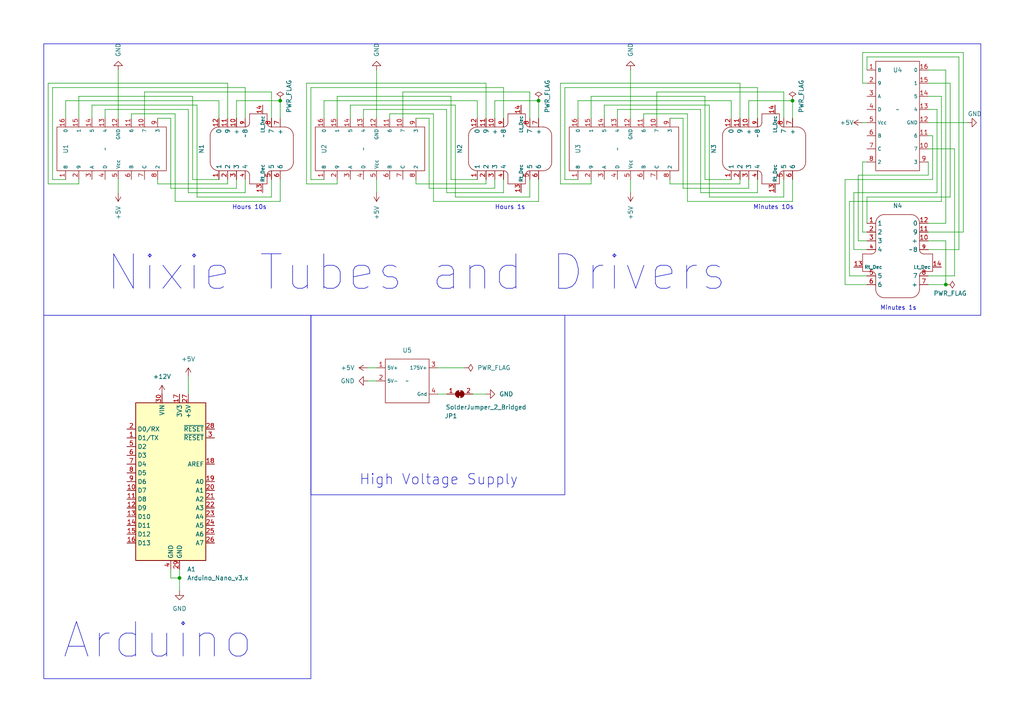
<source format=kicad_sch>
(kicad_sch (version 20230121) (generator eeschema)

  (uuid c37d9691-278c-46d9-b3ff-7d217c7ba735)

  (paper "A4")

  (lib_symbols
    (symbol "Jumper:SolderJumper_2_Bridged" (pin_names (offset 0) hide) (in_bom yes) (on_board yes)
      (property "Reference" "JP" (at 0 2.032 0)
        (effects (font (size 1.27 1.27)))
      )
      (property "Value" "SolderJumper_2_Bridged" (at 0 -2.54 0)
        (effects (font (size 1.27 1.27)))
      )
      (property "Footprint" "" (at 0 0 0)
        (effects (font (size 1.27 1.27)) hide)
      )
      (property "Datasheet" "~" (at 0 0 0)
        (effects (font (size 1.27 1.27)) hide)
      )
      (property "ki_keywords" "solder jumper SPST" (at 0 0 0)
        (effects (font (size 1.27 1.27)) hide)
      )
      (property "ki_description" "Solder Jumper, 2-pole, closed/bridged" (at 0 0 0)
        (effects (font (size 1.27 1.27)) hide)
      )
      (property "ki_fp_filters" "SolderJumper*Bridged*" (at 0 0 0)
        (effects (font (size 1.27 1.27)) hide)
      )
      (symbol "SolderJumper_2_Bridged_0_1"
        (rectangle (start -0.508 0.508) (end 0.508 -0.508)
          (stroke (width 0) (type default))
          (fill (type outline))
        )
        (arc (start -0.254 1.016) (mid -1.2656 0) (end -0.254 -1.016)
          (stroke (width 0) (type default))
          (fill (type none))
        )
        (arc (start -0.254 1.016) (mid -1.2656 0) (end -0.254 -1.016)
          (stroke (width 0) (type default))
          (fill (type outline))
        )
        (polyline
          (pts
            (xy -0.254 1.016)
            (xy -0.254 -1.016)
          )
          (stroke (width 0) (type default))
          (fill (type none))
        )
        (polyline
          (pts
            (xy 0.254 1.016)
            (xy 0.254 -1.016)
          )
          (stroke (width 0) (type default))
          (fill (type none))
        )
        (arc (start 0.254 -1.016) (mid 1.2656 0) (end 0.254 1.016)
          (stroke (width 0) (type default))
          (fill (type none))
        )
        (arc (start 0.254 -1.016) (mid 1.2656 0) (end 0.254 1.016)
          (stroke (width 0) (type default))
          (fill (type outline))
        )
      )
      (symbol "SolderJumper_2_Bridged_1_1"
        (pin passive line (at -3.81 0 0) (length 2.54)
          (name "A" (effects (font (size 1.27 1.27))))
          (number "1" (effects (font (size 1.27 1.27))))
        )
        (pin passive line (at 3.81 0 180) (length 2.54)
          (name "B" (effects (font (size 1.27 1.27))))
          (number "2" (effects (font (size 1.27 1.27))))
        )
      )
    )
    (symbol "MCU_Module:Arduino_Nano_v3.x" (in_bom yes) (on_board yes)
      (property "Reference" "A" (at -10.16 23.495 0)
        (effects (font (size 1.27 1.27)) (justify left bottom))
      )
      (property "Value" "Arduino_Nano_v3.x" (at 5.08 -24.13 0)
        (effects (font (size 1.27 1.27)) (justify left top))
      )
      (property "Footprint" "Module:Arduino_Nano" (at 0 0 0)
        (effects (font (size 1.27 1.27) italic) hide)
      )
      (property "Datasheet" "http://www.mouser.com/pdfdocs/Gravitech_Arduino_Nano3_0.pdf" (at 0 0 0)
        (effects (font (size 1.27 1.27)) hide)
      )
      (property "ki_keywords" "Arduino nano microcontroller module USB" (at 0 0 0)
        (effects (font (size 1.27 1.27)) hide)
      )
      (property "ki_description" "Arduino Nano v3.x" (at 0 0 0)
        (effects (font (size 1.27 1.27)) hide)
      )
      (property "ki_fp_filters" "Arduino*Nano*" (at 0 0 0)
        (effects (font (size 1.27 1.27)) hide)
      )
      (symbol "Arduino_Nano_v3.x_0_1"
        (rectangle (start -10.16 22.86) (end 10.16 -22.86)
          (stroke (width 0.254) (type default))
          (fill (type background))
        )
      )
      (symbol "Arduino_Nano_v3.x_1_1"
        (pin bidirectional line (at -12.7 12.7 0) (length 2.54)
          (name "D1/TX" (effects (font (size 1.27 1.27))))
          (number "1" (effects (font (size 1.27 1.27))))
        )
        (pin bidirectional line (at -12.7 -2.54 0) (length 2.54)
          (name "D7" (effects (font (size 1.27 1.27))))
          (number "10" (effects (font (size 1.27 1.27))))
        )
        (pin bidirectional line (at -12.7 -5.08 0) (length 2.54)
          (name "D8" (effects (font (size 1.27 1.27))))
          (number "11" (effects (font (size 1.27 1.27))))
        )
        (pin bidirectional line (at -12.7 -7.62 0) (length 2.54)
          (name "D9" (effects (font (size 1.27 1.27))))
          (number "12" (effects (font (size 1.27 1.27))))
        )
        (pin bidirectional line (at -12.7 -10.16 0) (length 2.54)
          (name "D10" (effects (font (size 1.27 1.27))))
          (number "13" (effects (font (size 1.27 1.27))))
        )
        (pin bidirectional line (at -12.7 -12.7 0) (length 2.54)
          (name "D11" (effects (font (size 1.27 1.27))))
          (number "14" (effects (font (size 1.27 1.27))))
        )
        (pin bidirectional line (at -12.7 -15.24 0) (length 2.54)
          (name "D12" (effects (font (size 1.27 1.27))))
          (number "15" (effects (font (size 1.27 1.27))))
        )
        (pin bidirectional line (at -12.7 -17.78 0) (length 2.54)
          (name "D13" (effects (font (size 1.27 1.27))))
          (number "16" (effects (font (size 1.27 1.27))))
        )
        (pin power_out line (at 2.54 25.4 270) (length 2.54)
          (name "3V3" (effects (font (size 1.27 1.27))))
          (number "17" (effects (font (size 1.27 1.27))))
        )
        (pin input line (at 12.7 5.08 180) (length 2.54)
          (name "AREF" (effects (font (size 1.27 1.27))))
          (number "18" (effects (font (size 1.27 1.27))))
        )
        (pin bidirectional line (at 12.7 0 180) (length 2.54)
          (name "A0" (effects (font (size 1.27 1.27))))
          (number "19" (effects (font (size 1.27 1.27))))
        )
        (pin bidirectional line (at -12.7 15.24 0) (length 2.54)
          (name "D0/RX" (effects (font (size 1.27 1.27))))
          (number "2" (effects (font (size 1.27 1.27))))
        )
        (pin bidirectional line (at 12.7 -2.54 180) (length 2.54)
          (name "A1" (effects (font (size 1.27 1.27))))
          (number "20" (effects (font (size 1.27 1.27))))
        )
        (pin bidirectional line (at 12.7 -5.08 180) (length 2.54)
          (name "A2" (effects (font (size 1.27 1.27))))
          (number "21" (effects (font (size 1.27 1.27))))
        )
        (pin bidirectional line (at 12.7 -7.62 180) (length 2.54)
          (name "A3" (effects (font (size 1.27 1.27))))
          (number "22" (effects (font (size 1.27 1.27))))
        )
        (pin bidirectional line (at 12.7 -10.16 180) (length 2.54)
          (name "A4" (effects (font (size 1.27 1.27))))
          (number "23" (effects (font (size 1.27 1.27))))
        )
        (pin bidirectional line (at 12.7 -12.7 180) (length 2.54)
          (name "A5" (effects (font (size 1.27 1.27))))
          (number "24" (effects (font (size 1.27 1.27))))
        )
        (pin bidirectional line (at 12.7 -15.24 180) (length 2.54)
          (name "A6" (effects (font (size 1.27 1.27))))
          (number "25" (effects (font (size 1.27 1.27))))
        )
        (pin bidirectional line (at 12.7 -17.78 180) (length 2.54)
          (name "A7" (effects (font (size 1.27 1.27))))
          (number "26" (effects (font (size 1.27 1.27))))
        )
        (pin power_out line (at 5.08 25.4 270) (length 2.54)
          (name "+5V" (effects (font (size 1.27 1.27))))
          (number "27" (effects (font (size 1.27 1.27))))
        )
        (pin input line (at 12.7 15.24 180) (length 2.54)
          (name "~{RESET}" (effects (font (size 1.27 1.27))))
          (number "28" (effects (font (size 1.27 1.27))))
        )
        (pin power_in line (at 2.54 -25.4 90) (length 2.54)
          (name "GND" (effects (font (size 1.27 1.27))))
          (number "29" (effects (font (size 1.27 1.27))))
        )
        (pin input line (at 12.7 12.7 180) (length 2.54)
          (name "~{RESET}" (effects (font (size 1.27 1.27))))
          (number "3" (effects (font (size 1.27 1.27))))
        )
        (pin power_in line (at -2.54 25.4 270) (length 2.54)
          (name "VIN" (effects (font (size 1.27 1.27))))
          (number "30" (effects (font (size 1.27 1.27))))
        )
        (pin power_in line (at 0 -25.4 90) (length 2.54)
          (name "GND" (effects (font (size 1.27 1.27))))
          (number "4" (effects (font (size 1.27 1.27))))
        )
        (pin bidirectional line (at -12.7 10.16 0) (length 2.54)
          (name "D2" (effects (font (size 1.27 1.27))))
          (number "5" (effects (font (size 1.27 1.27))))
        )
        (pin bidirectional line (at -12.7 7.62 0) (length 2.54)
          (name "D3" (effects (font (size 1.27 1.27))))
          (number "6" (effects (font (size 1.27 1.27))))
        )
        (pin bidirectional line (at -12.7 5.08 0) (length 2.54)
          (name "D4" (effects (font (size 1.27 1.27))))
          (number "7" (effects (font (size 1.27 1.27))))
        )
        (pin bidirectional line (at -12.7 2.54 0) (length 2.54)
          (name "D5" (effects (font (size 1.27 1.27))))
          (number "8" (effects (font (size 1.27 1.27))))
        )
        (pin bidirectional line (at -12.7 0 0) (length 2.54)
          (name "D6" (effects (font (size 1.27 1.27))))
          (number "9" (effects (font (size 1.27 1.27))))
        )
      )
    )
    (symbol "Nixies:5Vdc-175Vdc_Booster" (in_bom yes) (on_board yes)
      (property "Reference" "U" (at 0 5.08 0)
        (effects (font (size 1.27 1.27)))
      )
      (property "Value" "" (at 0 0 0)
        (effects (font (size 1.27 1.27)))
      )
      (property "Footprint" "" (at 0 0 0)
        (effects (font (size 1.27 1.27)) hide)
      )
      (property "Datasheet" "" (at 0 0 0)
        (effects (font (size 1.27 1.27)) hide)
      )
      (symbol "5Vdc-175Vdc_Booster_0_1"
        (rectangle (start -6.35 6.35) (end 6.35 -6.35)
          (stroke (width 0) (type default))
          (fill (type none))
        )
      )
      (symbol "5Vdc-175Vdc_Booster_1_1"
        (pin input line (at -8.89 3.81 0) (length 2.54)
          (name "5V+" (effects (font (size 1 1))))
          (number "1" (effects (font (size 1.27 1.27))))
        )
        (pin input line (at -8.89 0 0) (length 2.54)
          (name "5V-" (effects (font (size 1 1))))
          (number "2" (effects (font (size 1.27 1.27))))
        )
        (pin input line (at 8.89 3.81 180) (length 2.54)
          (name "175V+" (effects (font (size 1 1))))
          (number "3" (effects (font (size 1.27 1.27))))
        )
        (pin input line (at 8.89 -3.81 180) (length 2.54)
          (name "Gnd" (effects (font (size 1 1))))
          (number "4" (effects (font (size 1.27 1.27))))
        )
      )
    )
    (symbol "Nixies:K155ID1_Nixie_Driver" (in_bom yes) (on_board yes)
      (property "Reference" "U" (at 0 15.24 0)
        (effects (font (size 1.27 1.27)))
      )
      (property "Value" "" (at 0 0 0)
        (effects (font (size 1.27 1.27)))
      )
      (property "Footprint" "" (at 0 0 0)
        (effects (font (size 1.27 1.27)) hide)
      )
      (property "Datasheet" "" (at 0 0 0)
        (effects (font (size 1.27 1.27)) hide)
      )
      (symbol "K155ID1_Nixie_Driver_0_1"
        (rectangle (start -6.35 13.97) (end 6.35 -17.78)
          (stroke (width 0) (type default))
          (fill (type none))
        )
      )
      (symbol "K155ID1_Nixie_Driver_1_1"
        (pin output line (at -8.89 11.43 0) (length 2.54)
          (name "8" (effects (font (size 1 1))))
          (number "1" (effects (font (size 1.27 1.27))))
        )
        (pin output line (at 8.89 -11.43 180) (length 2.54)
          (name "7" (effects (font (size 1 1))))
          (number "10" (effects (font (size 1.27 1.27))))
        )
        (pin output line (at 8.89 -7.62 180) (length 2.54)
          (name "6" (effects (font (size 1 1))))
          (number "11" (effects (font (size 1.27 1.27))))
        )
        (pin input line (at 8.89 -3.81 180) (length 2.54)
          (name "GND" (effects (font (size 1 1))))
          (number "12" (effects (font (size 1.27 1.27))))
        )
        (pin output line (at 8.89 0 180) (length 2.54)
          (name "4" (effects (font (size 1 1))))
          (number "13" (effects (font (size 1.27 1.27))))
        )
        (pin output line (at 8.89 3.81 180) (length 2.54)
          (name "5" (effects (font (size 1 1))))
          (number "14" (effects (font (size 1.27 1.27))))
        )
        (pin output line (at 8.89 7.62 180) (length 2.54)
          (name "1" (effects (font (size 1 1))))
          (number "15" (effects (font (size 1.27 1.27))))
        )
        (pin output line (at 8.89 11.43 180) (length 2.54)
          (name "0" (effects (font (size 1 1))))
          (number "16" (effects (font (size 1.27 1.27))))
        )
        (pin output line (at -8.89 7.62 0) (length 2.54)
          (name "9" (effects (font (size 1 1))))
          (number "2" (effects (font (size 1.27 1.27))))
        )
        (pin input line (at -8.89 3.81 0) (length 2.54)
          (name "A" (effects (font (size 1 1))))
          (number "3" (effects (font (size 1.27 1.27))))
        )
        (pin input line (at -8.89 0 0) (length 2.54)
          (name "D" (effects (font (size 1 1))))
          (number "4" (effects (font (size 1.27 1.27))))
        )
        (pin input line (at -8.89 -3.81 0) (length 2.54)
          (name "Vcc" (effects (font (size 1 1))))
          (number "5" (effects (font (size 1.27 1.27))))
        )
        (pin input line (at -8.89 -7.62 0) (length 2.54)
          (name "B" (effects (font (size 1 1))))
          (number "6" (effects (font (size 1.27 1.27))))
        )
        (pin input line (at -8.89 -11.43 0) (length 2.54)
          (name "C" (effects (font (size 1 1))))
          (number "7" (effects (font (size 1.27 1.27))))
        )
        (pin output line (at -8.89 -15.24 0) (length 2.54)
          (name "2" (effects (font (size 1 1))))
          (number "8" (effects (font (size 1.27 1.27))))
        )
        (pin output line (at 8.89 -15.24 180) (length 2.54)
          (name "3" (effects (font (size 1 1))))
          (number "9" (effects (font (size 1.27 1.27))))
        )
      )
    )
    (symbol "Nixies:NL-5870ST" (in_bom yes) (on_board yes)
      (property "Reference" "N" (at 0 8.89 0)
        (effects (font (size 1.27 1.27)))
      )
      (property "Value" "" (at -3.81 -3.81 0)
        (effects (font (size 1.27 1.27)))
      )
      (property "Footprint" "" (at -3.81 -3.81 0)
        (effects (font (size 1.27 1.27)) hide)
      )
      (property "Datasheet" "" (at -3.81 -3.81 0)
        (effects (font (size 1.27 1.27)) hide)
      )
      (symbol "NL-5870ST_0_0"
        (text "" (at -21.59 -1.27 0)
          (effects (font (size 1.27 1.27)))
        )
        (text "" (at 21.59 -1.27 0)
          (effects (font (size 1.27 1.27)))
        )
      )
      (symbol "NL-5870ST_1_1"
        (arc (start -7.62 2.54) (mid -6.722 2.912) (end -6.35 3.81)
          (stroke (width 0) (type default))
          (fill (type none))
        )
        (arc (start -6.35 -11.43) (mid -5.6061 -13.2261) (end -3.81 -13.97)
          (stroke (width 0) (type default))
          (fill (type none))
        )
        (arc (start -6.35 -3.81) (mid -6.722 -2.912) (end -7.62 -2.54)
          (stroke (width 0) (type default))
          (fill (type none))
        )
        (arc (start -3.81 10.16) (mid -5.6061 9.4161) (end -6.35 7.62)
          (stroke (width 0) (type default))
          (fill (type none))
        )
        (polyline
          (pts
            (xy -10.16 -2.54)
            (xy -7.62 -2.54)
          )
          (stroke (width 0) (type default))
          (fill (type none))
        )
        (polyline
          (pts
            (xy -6.35 -3.81)
            (xy -6.35 -11.43)
          )
          (stroke (width 0) (type default))
          (fill (type none))
        )
        (polyline
          (pts
            (xy -6.35 7.62)
            (xy -6.35 3.81)
          )
          (stroke (width 0) (type default))
          (fill (type none))
        )
        (polyline
          (pts
            (xy -3.81 10.16)
            (xy 3.81 10.16)
          )
          (stroke (width 0) (type default))
          (fill (type none))
        )
        (polyline
          (pts
            (xy 3.81 -13.97)
            (xy -3.81 -13.97)
          )
          (stroke (width 0) (type default))
          (fill (type none))
        )
        (polyline
          (pts
            (xy 6.35 -3.81)
            (xy 6.35 -11.43)
          )
          (stroke (width 0) (type default))
          (fill (type none))
        )
        (polyline
          (pts
            (xy 6.35 7.62)
            (xy 6.35 3.81)
          )
          (stroke (width 0) (type default))
          (fill (type none))
        )
        (polyline
          (pts
            (xy 10.16 -2.54)
            (xy 7.62 -2.54)
          )
          (stroke (width 0) (type default))
          (fill (type none))
        )
        (polyline
          (pts
            (xy -7.62 2.54)
            (xy -10.16 2.54)
            (xy -10.16 -2.54)
          )
          (stroke (width 0) (type default))
          (fill (type none))
        )
        (polyline
          (pts
            (xy 7.62 2.54)
            (xy 10.16 2.54)
            (xy 10.16 -2.54)
          )
          (stroke (width 0) (type default))
          (fill (type none))
        )
        (arc (start 3.81 -13.97) (mid 5.6061 -13.2261) (end 6.35 -11.43)
          (stroke (width 0) (type default))
          (fill (type none))
        )
        (arc (start 6.35 3.81) (mid 6.722 2.912) (end 7.62 2.54)
          (stroke (width 0) (type default))
          (fill (type none))
        )
        (arc (start 6.35 7.62) (mid 5.6061 9.4161) (end 3.81 10.16)
          (stroke (width 0) (type default))
          (fill (type none))
        )
        (arc (start 7.62 -2.54) (mid 6.722 -2.912) (end 6.35 -3.81)
          (stroke (width 0) (type default))
          (fill (type none))
        )
        (pin input line (at 8.89 -11.43 180) (length 2.54)
          (name "1" (effects (font (size 1.27 1.27))))
          (number "1" (effects (font (size 1.27 1.27))))
        )
        (pin input line (at -8.89 -6.35 0) (length 2.54)
          (name "+" (effects (font (size 1.27 1.27))))
          (number "10" (effects (font (size 1.27 1.27))))
        )
        (pin input line (at -8.89 -8.89 0) (length 2.54)
          (name "9" (effects (font (size 1.27 1.27))))
          (number "11" (effects (font (size 1.27 1.27))))
        )
        (pin input line (at -8.89 -11.43 0) (length 2.54)
          (name "0" (effects (font (size 1.27 1.27))))
          (number "12" (effects (font (size 1.27 1.27))))
        )
        (pin input line (at 12.7 1.27 180) (length 2.54)
          (name "Rt_Dec" (effects (font (size 1 1))))
          (number "13" (effects (font (size 1.27 1.27))))
        )
        (pin input line (at -12.7 1.27 0) (length 2.54)
          (name "Lt_Dec" (effects (font (size 1 1))))
          (number "14" (effects (font (size 1.27 1.27))))
        )
        (pin input line (at 8.89 -8.89 180) (length 2.54)
          (name "2" (effects (font (size 1.27 1.27))))
          (number "2" (effects (font (size 1.27 1.27))))
        )
        (pin input line (at 8.89 -6.35 180) (length 2.54)
          (name "3" (effects (font (size 1.27 1.27))))
          (number "3" (effects (font (size 1.27 1.27))))
        )
        (pin input line (at 8.89 -3.81 180) (length 2.54)
          (name "4" (effects (font (size 1.27 1.27))))
          (number "4" (effects (font (size 1 1))))
        )
        (pin input line (at 8.89 3.81 180) (length 2.54)
          (name "5" (effects (font (size 1.27 1.27))))
          (number "5" (effects (font (size 1.27 1.27))))
        )
        (pin input line (at 8.89 6.35 180) (length 2.54)
          (name "6" (effects (font (size 1.27 1.27))))
          (number "6" (effects (font (size 1.27 1.27))))
        )
        (pin input line (at -8.89 6.35 0) (length 2.54)
          (name "+" (effects (font (size 1.27 1.27))))
          (number "7" (effects (font (size 1.27 1.27))))
        )
        (pin input line (at -8.89 3.81 0) (length 2.54)
          (name "7" (effects (font (size 1.27 1.27))))
          (number "8" (effects (font (size 1.27 1.27))))
        )
        (pin input line (at -8.89 -3.81 0) (length 2.54)
          (name "8" (effects (font (size 1.27 1.27))))
          (number "9" (effects (font (size 1 1))))
        )
      )
    )
    (symbol "power:+12V" (power) (pin_names (offset 0)) (in_bom yes) (on_board yes)
      (property "Reference" "#PWR" (at 0 -3.81 0)
        (effects (font (size 1.27 1.27)) hide)
      )
      (property "Value" "+12V" (at 0 3.556 0)
        (effects (font (size 1.27 1.27)))
      )
      (property "Footprint" "" (at 0 0 0)
        (effects (font (size 1.27 1.27)) hide)
      )
      (property "Datasheet" "" (at 0 0 0)
        (effects (font (size 1.27 1.27)) hide)
      )
      (property "ki_keywords" "global power" (at 0 0 0)
        (effects (font (size 1.27 1.27)) hide)
      )
      (property "ki_description" "Power symbol creates a global label with name \"+12V\"" (at 0 0 0)
        (effects (font (size 1.27 1.27)) hide)
      )
      (symbol "+12V_0_1"
        (polyline
          (pts
            (xy -0.762 1.27)
            (xy 0 2.54)
          )
          (stroke (width 0) (type default))
          (fill (type none))
        )
        (polyline
          (pts
            (xy 0 0)
            (xy 0 2.54)
          )
          (stroke (width 0) (type default))
          (fill (type none))
        )
        (polyline
          (pts
            (xy 0 2.54)
            (xy 0.762 1.27)
          )
          (stroke (width 0) (type default))
          (fill (type none))
        )
      )
      (symbol "+12V_1_1"
        (pin power_in line (at 0 0 90) (length 0) hide
          (name "+12V" (effects (font (size 1.27 1.27))))
          (number "1" (effects (font (size 1.27 1.27))))
        )
      )
    )
    (symbol "power:+5V" (power) (pin_names (offset 0)) (in_bom yes) (on_board yes)
      (property "Reference" "#PWR" (at 0 -3.81 0)
        (effects (font (size 1.27 1.27)) hide)
      )
      (property "Value" "+5V" (at 0 3.556 0)
        (effects (font (size 1.27 1.27)))
      )
      (property "Footprint" "" (at 0 0 0)
        (effects (font (size 1.27 1.27)) hide)
      )
      (property "Datasheet" "" (at 0 0 0)
        (effects (font (size 1.27 1.27)) hide)
      )
      (property "ki_keywords" "global power" (at 0 0 0)
        (effects (font (size 1.27 1.27)) hide)
      )
      (property "ki_description" "Power symbol creates a global label with name \"+5V\"" (at 0 0 0)
        (effects (font (size 1.27 1.27)) hide)
      )
      (symbol "+5V_0_1"
        (polyline
          (pts
            (xy -0.762 1.27)
            (xy 0 2.54)
          )
          (stroke (width 0) (type default))
          (fill (type none))
        )
        (polyline
          (pts
            (xy 0 0)
            (xy 0 2.54)
          )
          (stroke (width 0) (type default))
          (fill (type none))
        )
        (polyline
          (pts
            (xy 0 2.54)
            (xy 0.762 1.27)
          )
          (stroke (width 0) (type default))
          (fill (type none))
        )
      )
      (symbol "+5V_1_1"
        (pin power_in line (at 0 0 90) (length 0) hide
          (name "+5V" (effects (font (size 1.27 1.27))))
          (number "1" (effects (font (size 1.27 1.27))))
        )
      )
    )
    (symbol "power:GND" (power) (pin_names (offset 0)) (in_bom yes) (on_board yes)
      (property "Reference" "#PWR" (at 0 -6.35 0)
        (effects (font (size 1.27 1.27)) hide)
      )
      (property "Value" "GND" (at 0 -3.81 0)
        (effects (font (size 1.27 1.27)))
      )
      (property "Footprint" "" (at 0 0 0)
        (effects (font (size 1.27 1.27)) hide)
      )
      (property "Datasheet" "" (at 0 0 0)
        (effects (font (size 1.27 1.27)) hide)
      )
      (property "ki_keywords" "global power" (at 0 0 0)
        (effects (font (size 1.27 1.27)) hide)
      )
      (property "ki_description" "Power symbol creates a global label with name \"GND\" , ground" (at 0 0 0)
        (effects (font (size 1.27 1.27)) hide)
      )
      (symbol "GND_0_1"
        (polyline
          (pts
            (xy 0 0)
            (xy 0 -1.27)
            (xy 1.27 -1.27)
            (xy 0 -2.54)
            (xy -1.27 -1.27)
            (xy 0 -1.27)
          )
          (stroke (width 0) (type default))
          (fill (type none))
        )
      )
      (symbol "GND_1_1"
        (pin power_in line (at 0 0 270) (length 0) hide
          (name "GND" (effects (font (size 1.27 1.27))))
          (number "1" (effects (font (size 1.27 1.27))))
        )
      )
    )
    (symbol "power:PWR_FLAG" (power) (pin_numbers hide) (pin_names (offset 0) hide) (in_bom yes) (on_board yes)
      (property "Reference" "#FLG" (at 0 1.905 0)
        (effects (font (size 1.27 1.27)) hide)
      )
      (property "Value" "PWR_FLAG" (at 0 3.81 0)
        (effects (font (size 1.27 1.27)))
      )
      (property "Footprint" "" (at 0 0 0)
        (effects (font (size 1.27 1.27)) hide)
      )
      (property "Datasheet" "~" (at 0 0 0)
        (effects (font (size 1.27 1.27)) hide)
      )
      (property "ki_keywords" "flag power" (at 0 0 0)
        (effects (font (size 1.27 1.27)) hide)
      )
      (property "ki_description" "Special symbol for telling ERC where power comes from" (at 0 0 0)
        (effects (font (size 1.27 1.27)) hide)
      )
      (symbol "PWR_FLAG_0_0"
        (pin power_out line (at 0 0 90) (length 0)
          (name "pwr" (effects (font (size 1.27 1.27))))
          (number "1" (effects (font (size 1.27 1.27))))
        )
      )
      (symbol "PWR_FLAG_0_1"
        (polyline
          (pts
            (xy 0 0)
            (xy 0 1.27)
            (xy -1.016 1.905)
            (xy 0 2.54)
            (xy 1.016 1.905)
            (xy 0 1.27)
          )
          (stroke (width 0) (type default))
          (fill (type none))
        )
      )
    )
  )

  (junction (at 274.32 82.55) (diameter 0) (color 0 0 0 0)
    (uuid 1aae19e3-5bc9-4ddf-8d69-c04a22849fdf)
  )
  (junction (at 81.28 29.21) (diameter 0) (color 0 0 0 0)
    (uuid 7795574d-67b0-4edc-a9d4-3e449062c54a)
  )
  (junction (at 156.21 29.21) (diameter 0) (color 0 0 0 0)
    (uuid b107849b-f21f-42a0-b116-e72c8f2c2b79)
  )
  (junction (at 52.07 167.64) (diameter 0) (color 0 0 0 0)
    (uuid b59fb897-f458-4ff0-8a75-dd4e3faec453)
  )
  (junction (at 229.87 29.21) (diameter 0) (color 0 0 0 0)
    (uuid d6215b4d-9940-4895-85d5-fc248f9b8edd)
  )

  (wire (pts (xy 251.46 57.15) (xy 275.59 57.15))
    (stroke (width 0) (type default))
    (uuid 01225c87-2834-46b6-adc4-35c4f1965b41)
  )
  (wire (pts (xy 269.24 64.77) (xy 274.32 64.77))
    (stroke (width 0) (type default))
    (uuid 0151ad10-088b-42f0-8886-89586dc93379)
  )
  (wire (pts (xy 143.51 34.29) (xy 143.51 29.21))
    (stroke (width 0) (type default))
    (uuid 04c88c02-0e08-44b1-8e2b-004cc4b794f9)
  )
  (wire (pts (xy 30.48 31.75) (xy 30.48 34.29))
    (stroke (width 0) (type default))
    (uuid 06865806-7aa6-4945-977c-82c863d31a53)
  )
  (wire (pts (xy 127 106.68) (xy 134.62 106.68))
    (stroke (width 0) (type default))
    (uuid 078c0fe1-8f42-434a-a937-c4ca673e00aa)
  )
  (wire (pts (xy 217.17 29.21) (xy 229.87 29.21))
    (stroke (width 0) (type default))
    (uuid 078caded-6012-44c4-be4e-8f0e4f2522d8)
  )
  (wire (pts (xy 251.46 82.55) (xy 245.11 82.55))
    (stroke (width 0) (type default))
    (uuid 09950252-078c-4b1a-ab1b-b41774297c99)
  )
  (wire (pts (xy 140.97 34.29) (xy 140.97 24.13))
    (stroke (width 0) (type default))
    (uuid 0a7018c8-6384-42e8-a7eb-a6e36a73f319)
  )
  (wire (pts (xy 26.67 30.48) (xy 26.67 34.29))
    (stroke (width 0) (type default))
    (uuid 0b8b8a86-01ec-493e-a140-b6cfad1ec296)
  )
  (wire (pts (xy 278.13 72.39) (xy 278.13 16.51))
    (stroke (width 0) (type default))
    (uuid 0cce728d-6d35-43cb-8542-fcaa87d1ff66)
  )
  (wire (pts (xy 54.61 55.88) (xy 54.61 31.75))
    (stroke (width 0) (type default))
    (uuid 0e5da4a3-14b5-4012-a38c-9d47affb2961)
  )
  (wire (pts (xy 78.74 52.07) (xy 78.74 57.15))
    (stroke (width 0) (type default))
    (uuid 0e955054-4126-46b1-8114-21900adb529a)
  )
  (wire (pts (xy 34.29 20.32) (xy 34.29 34.29))
    (stroke (width 0) (type default))
    (uuid 0ed8986c-5eac-4001-8f7f-3c3e7709f043)
  )
  (wire (pts (xy 278.13 16.51) (xy 251.46 16.51))
    (stroke (width 0) (type default))
    (uuid 0fe1037b-2f90-4195-a79e-13d0cbf2a6f8)
  )
  (wire (pts (xy 271.78 31.75) (xy 269.24 31.75))
    (stroke (width 0) (type default))
    (uuid 137ff526-ba8e-437e-9464-729b1c2fb0d2)
  )
  (wire (pts (xy 138.43 52.07) (xy 130.81 52.07))
    (stroke (width 0) (type default))
    (uuid 14b7b366-c91d-494e-b544-bda62c0f961a)
  )
  (wire (pts (xy 219.71 52.07) (xy 219.71 55.88))
    (stroke (width 0) (type default))
    (uuid 14e10fd7-8d37-41a2-a4e5-47b14f83493e)
  )
  (wire (pts (xy 50.8 58.42) (xy 50.8 33.02))
    (stroke (width 0) (type default))
    (uuid 169314f2-df7a-41ce-afad-22c8da3efd8b)
  )
  (wire (pts (xy 251.46 72.39) (xy 247.65 72.39))
    (stroke (width 0) (type default))
    (uuid 17a28719-daad-4886-afd8-2ebc8feaa702)
  )
  (wire (pts (xy 205.74 30.48) (xy 175.26 30.48))
    (stroke (width 0) (type default))
    (uuid 18d3b7f3-d009-4b4b-b631-99f1030538a9)
  )
  (wire (pts (xy 212.09 34.29) (xy 212.09 29.21))
    (stroke (width 0) (type default))
    (uuid 197c5cc3-8c2f-4643-b68e-66d88a16175a)
  )
  (wire (pts (xy 227.33 26.67) (xy 190.5 26.67))
    (stroke (width 0) (type default))
    (uuid 1e614e03-04a3-4e15-ad8c-8c8ee660ef8a)
  )
  (wire (pts (xy 171.45 27.94) (xy 171.45 34.29))
    (stroke (width 0) (type default))
    (uuid 1e66d094-2382-44d6-a0ef-8a51587f1ca9)
  )
  (wire (pts (xy 269.24 35.56) (xy 280.67 35.56))
    (stroke (width 0) (type default))
    (uuid 1e7cf79c-40a3-4e96-90d6-85f3a742f35c)
  )
  (wire (pts (xy 13.97 53.34) (xy 22.86 53.34))
    (stroke (width 0) (type default))
    (uuid 1f0b5198-5ff5-46f7-9bbb-32af6edafefa)
  )
  (wire (pts (xy 137.16 114.3) (xy 140.97 114.3))
    (stroke (width 0) (type default))
    (uuid 1f2419af-b0c7-458d-97e8-cada83090ec2)
  )
  (wire (pts (xy 52.07 167.64) (xy 52.07 165.1))
    (stroke (width 0) (type default))
    (uuid 1f373b63-519d-4d93-91f6-cdc94b8aaeb4)
  )
  (wire (pts (xy 274.32 82.55) (xy 269.24 82.55))
    (stroke (width 0) (type default))
    (uuid 1fc3332b-d141-4159-9592-7f87fa86d99f)
  )
  (wire (pts (xy 250.19 35.56) (xy 251.46 35.56))
    (stroke (width 0) (type default))
    (uuid 2120596b-4b36-46d4-a14e-0c9262a0a5ad)
  )
  (wire (pts (xy 227.33 57.15) (xy 205.74 57.15))
    (stroke (width 0) (type default))
    (uuid 229ba788-669d-45a6-bf15-9813ae8dde6f)
  )
  (wire (pts (xy 198.12 54.61) (xy 198.12 34.29))
    (stroke (width 0) (type default))
    (uuid 2414389c-560c-452f-b5f8-79e0211b5ac2)
  )
  (wire (pts (xy 146.05 52.07) (xy 146.05 55.88))
    (stroke (width 0) (type default))
    (uuid 2494c760-3437-4412-ae55-7c1f442186a6)
  )
  (wire (pts (xy 153.67 52.07) (xy 153.67 57.15))
    (stroke (width 0) (type default))
    (uuid 254c7fb1-09e1-410e-bd8b-5ac2ee8f3e72)
  )
  (wire (pts (xy 217.17 52.07) (xy 217.17 54.61))
    (stroke (width 0) (type default))
    (uuid 2640cb73-95f4-484d-9a57-f72c7845fa00)
  )
  (wire (pts (xy 247.65 55.88) (xy 271.78 55.88))
    (stroke (width 0) (type default))
    (uuid 2665b835-8cee-4cc0-b91f-805974e4ed52)
  )
  (wire (pts (xy 41.91 26.67) (xy 41.91 34.29))
    (stroke (width 0) (type default))
    (uuid 2668fc3b-6e0a-4839-8a04-d79363929d7a)
  )
  (wire (pts (xy 171.45 53.34) (xy 171.45 52.07))
    (stroke (width 0) (type default))
    (uuid 26e69f84-05ed-44e3-ba5f-df3f494a8622)
  )
  (wire (pts (xy 279.4 15.24) (xy 250.19 15.24))
    (stroke (width 0) (type default))
    (uuid 2aa9ac84-15d9-4da8-bf1d-97291b8f6b26)
  )
  (wire (pts (xy 129.54 55.88) (xy 129.54 31.75))
    (stroke (width 0) (type default))
    (uuid 2b0d4e59-eed5-484b-bf6c-522476fd7a60)
  )
  (wire (pts (xy 71.12 25.4) (xy 15.24 25.4))
    (stroke (width 0) (type default))
    (uuid 2c94c3f4-4ed3-4ce8-85c5-e29351f4bc66)
  )
  (wire (pts (xy 229.87 58.42) (xy 199.39 58.42))
    (stroke (width 0) (type default))
    (uuid 2e0587f1-df65-490a-8b36-8e8de0c3cdc9)
  )
  (wire (pts (xy 219.71 34.29) (xy 219.71 25.4))
    (stroke (width 0) (type default))
    (uuid 2f39cd64-0814-4c60-859a-78c20046ee74)
  )
  (wire (pts (xy 140.97 52.07) (xy 140.97 53.34))
    (stroke (width 0) (type default))
    (uuid 30793467-bf18-41f7-9851-f35263341dd3)
  )
  (wire (pts (xy 229.87 29.21) (xy 229.87 34.29))
    (stroke (width 0) (type default))
    (uuid 33805551-7197-4bde-bb2c-db8d6151bf41)
  )
  (wire (pts (xy 22.86 53.34) (xy 22.86 52.07))
    (stroke (width 0) (type default))
    (uuid 338f1091-b63a-463f-b9da-14d59ed73938)
  )
  (wire (pts (xy 106.68 110.49) (xy 109.22 110.49))
    (stroke (width 0) (type default))
    (uuid 359b62e0-b83d-4501-a710-6c41f0a3dc7a)
  )
  (wire (pts (xy 251.46 69.85) (xy 248.92 69.85))
    (stroke (width 0) (type default))
    (uuid 372a4e88-c2d3-447a-8127-0c150cda5c47)
  )
  (wire (pts (xy 38.1 33.02) (xy 38.1 34.29))
    (stroke (width 0) (type default))
    (uuid 377961ef-d8f0-484a-b4c1-5188a885984e)
  )
  (wire (pts (xy 217.17 54.61) (xy 198.12 54.61))
    (stroke (width 0) (type default))
    (uuid 3857e365-eeb0-461e-b576-4d4b7593966d)
  )
  (wire (pts (xy 120.65 53.34) (xy 140.97 53.34))
    (stroke (width 0) (type default))
    (uuid 3883c7e4-1e62-47a6-b9ed-4ec9c4c957b4)
  )
  (wire (pts (xy 179.07 31.75) (xy 179.07 34.29))
    (stroke (width 0) (type default))
    (uuid 392dacfa-f61f-47f3-a0f4-b85d7138deed)
  )
  (wire (pts (xy 269.24 69.85) (xy 274.32 69.85))
    (stroke (width 0) (type default))
    (uuid 3c37374a-1848-494b-a8d3-8e604b79b77a)
  )
  (wire (pts (xy 124.46 54.61) (xy 124.46 34.29))
    (stroke (width 0) (type default))
    (uuid 3cdabd57-68db-419c-95bd-c8746bc0f0e3)
  )
  (wire (pts (xy 275.59 24.13) (xy 269.24 24.13))
    (stroke (width 0) (type default))
    (uuid 3d4e5bc7-857c-43d6-9b94-dcfe5463964e)
  )
  (wire (pts (xy 162.56 53.34) (xy 171.45 53.34))
    (stroke (width 0) (type default))
    (uuid 3eec7cc6-5915-492f-9325-876d34045a3a)
  )
  (wire (pts (xy 66.04 52.07) (xy 66.04 53.34))
    (stroke (width 0) (type default))
    (uuid 407b10eb-d262-4ae0-b042-522fa250a461)
  )
  (wire (pts (xy 167.64 29.21) (xy 167.64 34.29))
    (stroke (width 0) (type default))
    (uuid 415166b1-2c98-4918-9c92-537a9172d297)
  )
  (wire (pts (xy 13.97 24.13) (xy 13.97 53.34))
    (stroke (width 0) (type default))
    (uuid 44345ef0-c5d7-4823-8779-21438f3d7ee5)
  )
  (wire (pts (xy 276.86 80.01) (xy 276.86 43.18))
    (stroke (width 0) (type default))
    (uuid 44424d66-00cc-4ce2-8b73-9ef52134873d)
  )
  (wire (pts (xy 93.98 29.21) (xy 93.98 34.29))
    (stroke (width 0) (type default))
    (uuid 44ac9775-6db3-4ee5-ac18-6e57520291ee)
  )
  (wire (pts (xy 130.81 52.07) (xy 130.81 27.94))
    (stroke (width 0) (type default))
    (uuid 45abf431-d0f4-4d4b-acbb-ddbbc8029228)
  )
  (wire (pts (xy 45.72 53.34) (xy 66.04 53.34))
    (stroke (width 0) (type default))
    (uuid 48cb0aaf-e23a-4757-a1db-88157d367282)
  )
  (wire (pts (xy 270.51 39.37) (xy 269.24 39.37))
    (stroke (width 0) (type default))
    (uuid 4a6febc6-e786-4d65-acfc-b6e720356d6c)
  )
  (wire (pts (xy 274.32 64.77) (xy 274.32 20.32))
    (stroke (width 0) (type default))
    (uuid 4a85b454-fa66-4749-a4c8-b9e6091b77eb)
  )
  (wire (pts (xy 71.12 52.07) (xy 71.12 55.88))
    (stroke (width 0) (type default))
    (uuid 4bb8e20c-cb39-472a-8d48-ac7672ed0a38)
  )
  (wire (pts (xy 138.43 34.29) (xy 138.43 29.21))
    (stroke (width 0) (type default))
    (uuid 4c1c358a-d8f9-4049-bc6b-929d7069b87a)
  )
  (wire (pts (xy 55.88 52.07) (xy 55.88 27.94))
    (stroke (width 0) (type default))
    (uuid 4d7ffeaa-7cce-450f-b5d8-c70d44b6c8ab)
  )
  (wire (pts (xy 81.28 52.07) (xy 81.28 58.42))
    (stroke (width 0) (type default))
    (uuid 4df2f4ba-9bb9-43eb-af25-ac6bf336fb51)
  )
  (wire (pts (xy 182.88 34.29) (xy 182.88 20.32))
    (stroke (width 0) (type default))
    (uuid 52ca5063-f5f2-4c39-b9e7-ffbccebfd07a)
  )
  (wire (pts (xy 88.9 53.34) (xy 97.79 53.34))
    (stroke (width 0) (type default))
    (uuid 5318fab8-9acd-4a39-96aa-6f65cc0a5c2e)
  )
  (wire (pts (xy 101.6 30.48) (xy 101.6 34.29))
    (stroke (width 0) (type default))
    (uuid 5901b14e-ccb6-4ff0-b019-72d3b5753f4b)
  )
  (wire (pts (xy 45.72 53.34) (xy 45.72 52.07))
    (stroke (width 0) (type default))
    (uuid 5a0a5e93-45d7-458c-a539-e1761414827e)
  )
  (wire (pts (xy 57.15 57.15) (xy 57.15 30.48))
    (stroke (width 0) (type default))
    (uuid 5c5cb960-bac0-4082-bf1a-5270b29b0727)
  )
  (wire (pts (xy 212.09 52.07) (xy 204.47 52.07))
    (stroke (width 0) (type default))
    (uuid 5cf3ec6e-3b07-4236-804e-6be09e0158a3)
  )
  (wire (pts (xy 153.67 57.15) (xy 132.08 57.15))
    (stroke (width 0) (type default))
    (uuid 5d700bc2-ee2a-4f75-baab-1bc6528bbb2c)
  )
  (wire (pts (xy 113.03 33.02) (xy 113.03 34.29))
    (stroke (width 0) (type default))
    (uuid 5d76542d-98b0-4aaa-b0dc-3378577bfedf)
  )
  (wire (pts (xy 146.05 25.4) (xy 90.17 25.4))
    (stroke (width 0) (type default))
    (uuid 5de8c4a1-4696-48af-8977-d51810d9f324)
  )
  (wire (pts (xy 130.81 27.94) (xy 97.79 27.94))
    (stroke (width 0) (type default))
    (uuid 5dfeca93-1d03-43a7-879c-e75781fe1902)
  )
  (wire (pts (xy 163.83 25.4) (xy 163.83 52.07))
    (stroke (width 0) (type default))
    (uuid 5e35e174-7f52-4d43-93c4-00009460ded5)
  )
  (wire (pts (xy 250.19 15.24) (xy 250.19 24.13))
    (stroke (width 0) (type default))
    (uuid 617d1bab-e934-4da7-b668-0d35f0cbdbb2)
  )
  (wire (pts (xy 88.9 24.13) (xy 88.9 53.34))
    (stroke (width 0) (type default))
    (uuid 65b63021-84cb-4808-b3b5-0884f9739943)
  )
  (wire (pts (xy 247.65 72.39) (xy 247.65 55.88))
    (stroke (width 0) (type default))
    (uuid 65c12d44-e804-42f9-9db6-e5762bc29b8d)
  )
  (wire (pts (xy 250.19 46.99) (xy 251.46 46.99))
    (stroke (width 0) (type default))
    (uuid 67468dab-a3d6-4575-b39e-b237f4ba7b81)
  )
  (wire (pts (xy 194.31 53.34) (xy 214.63 53.34))
    (stroke (width 0) (type default))
    (uuid 67bc8dac-6997-453d-bd48-c518fc3ef536)
  )
  (wire (pts (xy 49.53 165.1) (xy 49.53 167.64))
    (stroke (width 0) (type default))
    (uuid 69829672-46df-43b8-afc4-123fa801aabe)
  )
  (wire (pts (xy 162.56 24.13) (xy 162.56 53.34))
    (stroke (width 0) (type default))
    (uuid 6a221708-66e3-4abf-bf8b-ee558f082b29)
  )
  (wire (pts (xy 78.74 34.29) (xy 78.74 26.67))
    (stroke (width 0) (type default))
    (uuid 6a38e40c-0e73-4b99-bd26-c67276870a20)
  )
  (wire (pts (xy 245.11 82.55) (xy 245.11 52.07))
    (stroke (width 0) (type default))
    (uuid 6b2d7f2f-ff59-499c-99e9-1f3ebe046b57)
  )
  (wire (pts (xy 49.53 54.61) (xy 49.53 34.29))
    (stroke (width 0) (type default))
    (uuid 6f69974a-510c-4d44-a308-16b5262d0e7f)
  )
  (wire (pts (xy 50.8 33.02) (xy 38.1 33.02))
    (stroke (width 0) (type default))
    (uuid 6ff93205-d4c4-43c0-a47e-7ce8c24b6640)
  )
  (wire (pts (xy 153.67 34.29) (xy 153.67 26.67))
    (stroke (width 0) (type default))
    (uuid 706f975c-9a9b-4e0f-b56b-20864e8c08b3)
  )
  (wire (pts (xy 97.79 53.34) (xy 97.79 52.07))
    (stroke (width 0) (type default))
    (uuid 70863f71-1cd5-45e7-9f68-d4b4ab3774a0)
  )
  (wire (pts (xy 34.29 55.88) (xy 34.29 52.07))
    (stroke (width 0) (type default))
    (uuid 713c26ce-9cee-4ef4-bbb5-8be29768037c)
  )
  (wire (pts (xy 156.21 58.42) (xy 125.73 58.42))
    (stroke (width 0) (type default))
    (uuid 75922a1b-e397-46b4-a68d-5ffbfd7c82ca)
  )
  (wire (pts (xy 15.24 25.4) (xy 15.24 52.07))
    (stroke (width 0) (type default))
    (uuid 78e87e07-b69a-42c7-95e0-f9738fcef815)
  )
  (wire (pts (xy 63.5 34.29) (xy 63.5 29.21))
    (stroke (width 0) (type default))
    (uuid 78e91a08-240b-4f74-bc9d-c34c42dd9471)
  )
  (wire (pts (xy 90.17 25.4) (xy 90.17 52.07))
    (stroke (width 0) (type default))
    (uuid 7e7d5e7b-23cb-4ae9-bdfc-598032c771f6)
  )
  (wire (pts (xy 120.65 53.34) (xy 120.65 52.07))
    (stroke (width 0) (type default))
    (uuid 7ee08a66-dec1-49ce-8503-31b452c0a3fc)
  )
  (wire (pts (xy 71.12 34.29) (xy 71.12 25.4))
    (stroke (width 0) (type default))
    (uuid 80a7a9ea-94ec-4688-ad70-8bbee83633ad)
  )
  (wire (pts (xy 275.59 57.15) (xy 275.59 24.13))
    (stroke (width 0) (type default))
    (uuid 80c4a01a-aed2-416c-9521-448a891baa27)
  )
  (wire (pts (xy 214.63 34.29) (xy 214.63 24.13))
    (stroke (width 0) (type default))
    (uuid 82ec09b5-3b37-46fd-8d20-c35f4ac0728d)
  )
  (wire (pts (xy 175.26 30.48) (xy 175.26 34.29))
    (stroke (width 0) (type default))
    (uuid 837d2c34-106b-420c-9e77-15a6cd516136)
  )
  (wire (pts (xy 219.71 55.88) (xy 203.2 55.88))
    (stroke (width 0) (type default))
    (uuid 83e77453-6685-41b6-a6f2-5c50566081e8)
  )
  (wire (pts (xy 251.46 67.31) (xy 250.19 67.31))
    (stroke (width 0) (type default))
    (uuid 84e5e0a1-ef84-4ed2-afe2-6432aa871ccc)
  )
  (wire (pts (xy 269.24 72.39) (xy 278.13 72.39))
    (stroke (width 0) (type default))
    (uuid 88c139c0-eee8-487d-a904-e5b667b5dc82)
  )
  (wire (pts (xy 81.28 29.21) (xy 81.28 34.29))
    (stroke (width 0) (type default))
    (uuid 894e1b39-c8ab-41f6-a935-62204baebeaf)
  )
  (wire (pts (xy 204.47 27.94) (xy 171.45 27.94))
    (stroke (width 0) (type default))
    (uuid 8c293aba-97f5-4a97-85ba-d60a80c6dc29)
  )
  (wire (pts (xy 248.92 50.8) (xy 269.24 50.8))
    (stroke (width 0) (type default))
    (uuid 8fa147e7-a603-45c5-a9d3-ed820a728ec3)
  )
  (wire (pts (xy 124.46 34.29) (xy 120.65 34.29))
    (stroke (width 0) (type default))
    (uuid 90951951-9ad8-4f23-b59e-5c8268999b0a)
  )
  (wire (pts (xy 63.5 52.07) (xy 55.88 52.07))
    (stroke (width 0) (type default))
    (uuid 927aea85-483f-4d0c-bab2-2c7f3af7e798)
  )
  (wire (pts (xy 106.68 106.68) (xy 109.22 106.68))
    (stroke (width 0) (type default))
    (uuid 92b9fb6e-66c5-43a7-873f-9b022b4044b2)
  )
  (wire (pts (xy 78.74 57.15) (xy 57.15 57.15))
    (stroke (width 0) (type default))
    (uuid 9373ef3c-6e44-4609-8ec2-88a5cc32be97)
  )
  (wire (pts (xy 205.74 57.15) (xy 205.74 30.48))
    (stroke (width 0) (type default))
    (uuid 9521c0f7-4659-4c66-8735-1758e0c26c80)
  )
  (wire (pts (xy 274.32 20.32) (xy 269.24 20.32))
    (stroke (width 0) (type default))
    (uuid 96405591-59ec-4b6f-bc1c-e1c36b6d6e75)
  )
  (wire (pts (xy 81.28 58.42) (xy 50.8 58.42))
    (stroke (width 0) (type default))
    (uuid 9774946c-b479-4c6d-b7ae-5afdd9f01c54)
  )
  (wire (pts (xy 105.41 31.75) (xy 105.41 34.29))
    (stroke (width 0) (type default))
    (uuid 97dc037c-156b-4749-b1df-8c2965b6480c)
  )
  (wire (pts (xy 212.09 29.21) (xy 167.64 29.21))
    (stroke (width 0) (type default))
    (uuid 98a3c8e8-9365-43f6-892c-56c91787001d)
  )
  (wire (pts (xy 54.61 109.22) (xy 54.61 114.3))
    (stroke (width 0) (type default))
    (uuid 9922b56c-7cce-45e1-8cac-b9b240e12074)
  )
  (wire (pts (xy 204.47 52.07) (xy 204.47 27.94))
    (stroke (width 0) (type default))
    (uuid 9a2377a1-c50c-4539-bd81-4abe2d15aff2)
  )
  (wire (pts (xy 269.24 80.01) (xy 276.86 80.01))
    (stroke (width 0) (type default))
    (uuid 9a774685-730e-4675-861c-e8bcd1aaf0a9)
  )
  (wire (pts (xy 229.87 52.07) (xy 229.87 58.42))
    (stroke (width 0) (type default))
    (uuid 9b244ff2-3db8-4426-907b-58323cdc18a9)
  )
  (wire (pts (xy 143.51 29.21) (xy 156.21 29.21))
    (stroke (width 0) (type default))
    (uuid 9b8ea104-c045-47f8-a04b-10d9267fd7ec)
  )
  (wire (pts (xy 245.11 52.07) (xy 270.51 52.07))
    (stroke (width 0) (type default))
    (uuid 9fe5735e-210a-40a6-851c-167a5aaa8984)
  )
  (wire (pts (xy 146.05 55.88) (xy 129.54 55.88))
    (stroke (width 0) (type default))
    (uuid a37847b1-4d37-4fe0-b4ba-eefc3efab95a)
  )
  (wire (pts (xy 57.15 30.48) (xy 26.67 30.48))
    (stroke (width 0) (type default))
    (uuid ac28ca0f-9119-4d6e-9b70-1b987746879f)
  )
  (wire (pts (xy 186.69 33.02) (xy 186.69 34.29))
    (stroke (width 0) (type default))
    (uuid acd6c7e5-f775-4436-aea5-7761377357e7)
  )
  (wire (pts (xy 198.12 34.29) (xy 194.31 34.29))
    (stroke (width 0) (type default))
    (uuid ad23bba6-a13c-418a-9ea5-7d281e1e17e0)
  )
  (wire (pts (xy 138.43 29.21) (xy 93.98 29.21))
    (stroke (width 0) (type default))
    (uuid afcba07b-29c4-452a-a890-211344111ac9)
  )
  (wire (pts (xy 273.05 27.94) (xy 269.24 27.94))
    (stroke (width 0) (type default))
    (uuid b09fc7f1-eaff-4674-9433-7f6852c252ff)
  )
  (wire (pts (xy 63.5 29.21) (xy 19.05 29.21))
    (stroke (width 0) (type default))
    (uuid b1c642cf-4210-4082-be91-6a3cd7d99ca5)
  )
  (wire (pts (xy 156.21 52.07) (xy 156.21 58.42))
    (stroke (width 0) (type default))
    (uuid b32a9005-ce5b-4c25-9da5-0dc2d9f7a9b6)
  )
  (wire (pts (xy 199.39 33.02) (xy 186.69 33.02))
    (stroke (width 0) (type default))
    (uuid b34bc450-43f0-4e1a-8e5c-4cb9836812cb)
  )
  (wire (pts (xy 194.31 53.34) (xy 194.31 52.07))
    (stroke (width 0) (type default))
    (uuid b4b76ef1-6d81-4350-9f5b-980709cf7c87)
  )
  (wire (pts (xy 203.2 55.88) (xy 203.2 31.75))
    (stroke (width 0) (type default))
    (uuid b55ad976-041a-42d2-83a6-d97a148c9db8)
  )
  (wire (pts (xy 190.5 26.67) (xy 190.5 34.29))
    (stroke (width 0) (type default))
    (uuid b7f547b3-7dba-4996-8397-32a4c4f6da9d)
  )
  (wire (pts (xy 156.21 29.21) (xy 156.21 34.29))
    (stroke (width 0) (type default))
    (uuid b88d2020-590b-43b3-8a1a-f71d6e6a066c)
  )
  (wire (pts (xy 163.83 52.07) (xy 167.64 52.07))
    (stroke (width 0) (type default))
    (uuid bbcc9405-a702-4177-9b24-174406ceb9ce)
  )
  (wire (pts (xy 146.05 34.29) (xy 146.05 25.4))
    (stroke (width 0) (type default))
    (uuid c13bbcc5-1f7c-4350-8cf5-80e17669e164)
  )
  (wire (pts (xy 246.38 58.42) (xy 273.05 58.42))
    (stroke (width 0) (type default))
    (uuid c2971163-e95f-48c7-bde6-df570d8d4164)
  )
  (wire (pts (xy 132.08 57.15) (xy 132.08 30.48))
    (stroke (width 0) (type default))
    (uuid c3e71f6d-df29-412f-8751-4a23644e43f3)
  )
  (wire (pts (xy 214.63 52.07) (xy 214.63 53.34))
    (stroke (width 0) (type default))
    (uuid c4c9e2a3-0328-429e-af9a-fd1683abcbf9)
  )
  (wire (pts (xy 19.05 29.21) (xy 19.05 34.29))
    (stroke (width 0) (type default))
    (uuid c6094256-fd23-4230-aa0e-254efe039afb)
  )
  (wire (pts (xy 15.24 52.07) (xy 19.05 52.07))
    (stroke (width 0) (type default))
    (uuid c74e1bca-f3dd-4886-a12b-cf00841374e5)
  )
  (wire (pts (xy 132.08 30.48) (xy 101.6 30.48))
    (stroke (width 0) (type default))
    (uuid c83cf076-540a-429f-a557-f54c1d0aadaa)
  )
  (wire (pts (xy 125.73 33.02) (xy 113.03 33.02))
    (stroke (width 0) (type default))
    (uuid c99f07f5-191b-4831-9a03-3414b678f0d7)
  )
  (wire (pts (xy 109.22 34.29) (xy 109.22 20.32))
    (stroke (width 0) (type default))
    (uuid ca0cb93a-de18-4b4c-b43d-f2e9df54633d)
  )
  (wire (pts (xy 251.46 64.77) (xy 251.46 57.15))
    (stroke (width 0) (type default))
    (uuid cb3b837d-f937-4633-b2be-bc89e1f1c08a)
  )
  (wire (pts (xy 68.58 54.61) (xy 49.53 54.61))
    (stroke (width 0) (type default))
    (uuid cbcfa0d0-06a3-4a13-9dd0-26b460d0cc0d)
  )
  (wire (pts (xy 274.32 69.85) (xy 274.32 82.55))
    (stroke (width 0) (type default))
    (uuid ccd2b58e-ae1e-4a21-b6f8-a1f5803dbbe6)
  )
  (wire (pts (xy 54.61 31.75) (xy 30.48 31.75))
    (stroke (width 0) (type default))
    (uuid ce4e8bf6-e500-4b5d-b6fd-471dae1b151c)
  )
  (wire (pts (xy 49.53 167.64) (xy 52.07 167.64))
    (stroke (width 0) (type default))
    (uuid cf4e1729-7d16-4833-b15c-f7d85b113bae)
  )
  (wire (pts (xy 269.24 50.8) (xy 269.24 46.99))
    (stroke (width 0) (type default))
    (uuid d14b9f6b-3ed8-47a8-a899-951689b1c72c)
  )
  (wire (pts (xy 199.39 58.42) (xy 199.39 33.02))
    (stroke (width 0) (type default))
    (uuid d2f71d34-6672-4654-b2b7-18ecf2da4d30)
  )
  (wire (pts (xy 52.07 167.64) (xy 52.07 171.45))
    (stroke (width 0) (type default))
    (uuid d43f5c7a-f5d5-4d98-bedf-9e240fd32263)
  )
  (wire (pts (xy 68.58 34.29) (xy 68.58 29.21))
    (stroke (width 0) (type default))
    (uuid d5648b43-d423-46f9-8487-43e8ca0225fd)
  )
  (wire (pts (xy 271.78 55.88) (xy 271.78 31.75))
    (stroke (width 0) (type default))
    (uuid d5c968d1-d6ae-45c7-a414-3d6484720bb4)
  )
  (wire (pts (xy 219.71 25.4) (xy 163.83 25.4))
    (stroke (width 0) (type default))
    (uuid d661f28b-5c5b-4a10-a001-fd302a520703)
  )
  (wire (pts (xy 55.88 27.94) (xy 22.86 27.94))
    (stroke (width 0) (type default))
    (uuid d70605b2-fad7-487e-8cd9-20f2f3d7d6b1)
  )
  (wire (pts (xy 125.73 58.42) (xy 125.73 33.02))
    (stroke (width 0) (type default))
    (uuid da093ebc-2501-416c-801a-1c6c3de53771)
  )
  (wire (pts (xy 251.46 80.01) (xy 246.38 80.01))
    (stroke (width 0) (type default))
    (uuid db67bb92-5e15-4169-b86e-3892124e254e)
  )
  (wire (pts (xy 127 114.3) (xy 129.54 114.3))
    (stroke (width 0) (type default))
    (uuid dd7abed8-8da9-409a-aaf4-87dfaa32f678)
  )
  (wire (pts (xy 22.86 27.94) (xy 22.86 34.29))
    (stroke (width 0) (type default))
    (uuid de9048fe-a0ea-4c90-a929-c6cebf1579f0)
  )
  (wire (pts (xy 182.88 55.88) (xy 182.88 52.07))
    (stroke (width 0) (type default))
    (uuid df5640f4-2205-4956-874e-ee7c3409b1c1)
  )
  (wire (pts (xy 97.79 27.94) (xy 97.79 34.29))
    (stroke (width 0) (type default))
    (uuid e0da46bb-fca8-41eb-864f-248d3c68c518)
  )
  (wire (pts (xy 143.51 52.07) (xy 143.51 54.61))
    (stroke (width 0) (type default))
    (uuid e227c1f7-2a9d-4ca2-9ea6-6634deafb102)
  )
  (wire (pts (xy 66.04 34.29) (xy 66.04 24.13))
    (stroke (width 0) (type default))
    (uuid e23201fa-742f-4449-9551-bab591622c1b)
  )
  (wire (pts (xy 276.86 43.18) (xy 269.24 43.18))
    (stroke (width 0) (type default))
    (uuid e646adce-b419-47b8-8376-5f7b868a335a)
  )
  (wire (pts (xy 140.97 24.13) (xy 88.9 24.13))
    (stroke (width 0) (type default))
    (uuid e6e67d97-cd79-46cc-8b11-b43a2586adc0)
  )
  (wire (pts (xy 116.84 26.67) (xy 116.84 34.29))
    (stroke (width 0) (type default))
    (uuid e8b7ca8f-3e5e-416f-b20c-c0098d1956d0)
  )
  (wire (pts (xy 227.33 52.07) (xy 227.33 57.15))
    (stroke (width 0) (type default))
    (uuid ea5cfbc8-77cf-4ae5-9fb3-4270ce47067f)
  )
  (wire (pts (xy 68.58 29.21) (xy 81.28 29.21))
    (stroke (width 0) (type default))
    (uuid eaa20bc0-cae3-4351-875c-9332eb30706c)
  )
  (wire (pts (xy 109.22 55.88) (xy 109.22 52.07))
    (stroke (width 0) (type default))
    (uuid eae7decb-a0ea-489a-b131-da0f0618d051)
  )
  (wire (pts (xy 227.33 34.29) (xy 227.33 26.67))
    (stroke (width 0) (type default))
    (uuid edfb7968-8201-410d-bc0c-106d30504a4d)
  )
  (wire (pts (xy 49.53 34.29) (xy 45.72 34.29))
    (stroke (width 0) (type default))
    (uuid ee15d952-737b-4b92-a012-87a8b5175b15)
  )
  (wire (pts (xy 217.17 34.29) (xy 217.17 29.21))
    (stroke (width 0) (type default))
    (uuid eecc2b3c-38de-479c-b6ff-e355398c8991)
  )
  (wire (pts (xy 129.54 31.75) (xy 105.41 31.75))
    (stroke (width 0) (type default))
    (uuid eeff8459-d4ea-4bbb-b668-9f4889e3c634)
  )
  (wire (pts (xy 269.24 67.31) (xy 279.4 67.31))
    (stroke (width 0) (type default))
    (uuid f0091b21-153b-412b-bb38-9d95e0c2c6a3)
  )
  (wire (pts (xy 248.92 69.85) (xy 248.92 50.8))
    (stroke (width 0) (type default))
    (uuid f110b56d-5de3-461a-9481-38e10ecba093)
  )
  (wire (pts (xy 203.2 31.75) (xy 179.07 31.75))
    (stroke (width 0) (type default))
    (uuid f188949a-2ecc-4621-96dd-021079bae27e)
  )
  (wire (pts (xy 68.58 52.07) (xy 68.58 54.61))
    (stroke (width 0) (type default))
    (uuid f2c18b15-8633-4da1-93d9-589354ff6362)
  )
  (wire (pts (xy 246.38 80.01) (xy 246.38 58.42))
    (stroke (width 0) (type default))
    (uuid f4f025b4-fc42-4c8d-9c07-2d7cbe89bbd0)
  )
  (wire (pts (xy 270.51 52.07) (xy 270.51 39.37))
    (stroke (width 0) (type default))
    (uuid f5114bfe-c63f-4703-982a-0aeb3ad255e1)
  )
  (wire (pts (xy 90.17 52.07) (xy 93.98 52.07))
    (stroke (width 0) (type default))
    (uuid f51b7df9-e236-4bc2-8d46-bd291c2358f1)
  )
  (wire (pts (xy 143.51 54.61) (xy 124.46 54.61))
    (stroke (width 0) (type default))
    (uuid f67fd361-f164-47d3-9c77-fbc9280f7553)
  )
  (wire (pts (xy 279.4 67.31) (xy 279.4 15.24))
    (stroke (width 0) (type default))
    (uuid f9edce17-57e7-4ba7-9b8a-1df71a7d06ed)
  )
  (wire (pts (xy 153.67 26.67) (xy 116.84 26.67))
    (stroke (width 0) (type default))
    (uuid fa7b6356-de06-42c4-a037-d4d030d01498)
  )
  (wire (pts (xy 273.05 58.42) (xy 273.05 27.94))
    (stroke (width 0) (type default))
    (uuid facc47c4-1e56-4c0f-b434-7522dc7a7f80)
  )
  (wire (pts (xy 66.04 24.13) (xy 13.97 24.13))
    (stroke (width 0) (type default))
    (uuid fbb61e52-c940-48f7-a09c-bee8a2daabe6)
  )
  (wire (pts (xy 250.19 46.99) (xy 250.19 67.31))
    (stroke (width 0) (type default))
    (uuid fd611c95-14fd-4e2c-86e0-5fd6ce49c55c)
  )
  (wire (pts (xy 71.12 55.88) (xy 54.61 55.88))
    (stroke (width 0) (type default))
    (uuid fda6a6f4-651d-4c36-9d07-96367b369946)
  )
  (wire (pts (xy 214.63 24.13) (xy 162.56 24.13))
    (stroke (width 0) (type default))
    (uuid fe1bb67e-8839-49af-af85-8c39b8e9edf0)
  )
  (wire (pts (xy 78.74 26.67) (xy 41.91 26.67))
    (stroke (width 0) (type default))
    (uuid ff34d78c-2175-4f6c-8efe-5a7bcf7abbfc)
  )
  (wire (pts (xy 250.19 24.13) (xy 251.46 24.13))
    (stroke (width 0) (type default))
    (uuid ff38463d-4cf9-4a8f-8868-ea507207af3d)
  )
  (wire (pts (xy 251.46 16.51) (xy 251.46 20.32))
    (stroke (width 0) (type default))
    (uuid ffabf3e6-51a9-4a28-a0d4-5500e8cb7777)
  )

  (rectangle (start 12.7 12.7) (end 284.48 91.44)
    (stroke (width 0) (type default))
    (fill (type none))
    (uuid 262e863b-ab60-4549-b324-16f2961cc320)
  )
  (rectangle (start 12.7 91.44) (end 90.17 196.85)
    (stroke (width 0) (type default))
    (fill (type none))
    (uuid d15efb7e-6eaf-4db7-b052-57b9cadbeaf3)
  )
  (rectangle (start 90.17 91.44) (end 163.83 143.51)
    (stroke (width 0) (type default))
    (fill (type none))
    (uuid f08f4266-6e3e-4fe8-b0c5-98b374746a0c)
  )

  (text "High Voltage Supply" (at 104.14 140.97 0)
    (effects (font (size 3 3)) (justify left bottom))
    (uuid 0daa008a-a66e-4991-be97-05091e367aad)
  )
  (text "Nixie Tubes and Drivers\n" (at 30.48 85.09 0)
    (effects (font (size 10 10)) (justify left bottom))
    (uuid 2af730be-413e-495e-970f-7a24a5c7d17f)
  )
  (text "Minutes 10s" (at 218.44 60.96 0)
    (effects (font (size 1.27 1.27)) (justify left bottom))
    (uuid 4a8caa28-e53d-45fe-a830-c0a2253fd442)
  )
  (text "Hours 10s" (at 67.31 60.96 0)
    (effects (font (size 1.27 1.27)) (justify left bottom))
    (uuid 50d82cc9-9e29-4c66-989f-d0a55168fb73)
  )
  (text "Hours 1s" (at 143.51 60.96 0)
    (effects (font (size 1.27 1.27)) (justify left bottom))
    (uuid 721c90c0-d423-4f9e-9db7-20b622643586)
  )
  (text "Arduino" (at 17.78 191.77 0)
    (effects (font (size 10 10)) (justify left bottom))
    (uuid e2c7f4c0-806f-4a74-9056-15880c47513f)
  )
  (text "Minutes 1s" (at 255.27 90.17 0)
    (effects (font (size 1.27 1.27)) (justify left bottom))
    (uuid f81e90de-b73f-4c46-893e-d2ade1c981ed)
  )

  (symbol (lib_id "power:+5V") (at 250.19 35.56 90) (unit 1)
    (in_bom yes) (on_board yes) (dnp no)
    (uuid 019d6083-cfe0-4032-8753-534a80ebb46d)
    (property "Reference" "#PWR08" (at 254 35.56 0)
      (effects (font (size 1.27 1.27)) hide)
    )
    (property "Value" "+5V" (at 247.65 35.56 90)
      (effects (font (size 1.27 1.27)) (justify left))
    )
    (property "Footprint" "" (at 250.19 35.56 0)
      (effects (font (size 1.27 1.27)) hide)
    )
    (property "Datasheet" "" (at 250.19 35.56 0)
      (effects (font (size 1.27 1.27)) hide)
    )
    (pin "1" (uuid 1cdbb3de-1a36-4c21-8b5f-254ba01d1342))
    (instances
      (project "NixieProject"
        (path "/c37d9691-278c-46d9-b3ff-7d217c7ba735"
          (reference "#PWR08") (unit 1)
        )
      )
    )
  )

  (symbol (lib_id "Nixies:K155ID1_Nixie_Driver") (at 179.07 43.18 90) (unit 1)
    (in_bom yes) (on_board yes) (dnp no)
    (uuid 08649f51-93dd-4130-a8dc-18a64d500697)
    (property "Reference" "U3" (at 167.64 43.18 0)
      (effects (font (size 1.27 1.27)))
    )
    (property "Value" "~" (at 179.07 43.18 0)
      (effects (font (size 1.27 1.27)))
    )
    (property "Footprint" "" (at 179.07 43.18 0)
      (effects (font (size 1.27 1.27)) hide)
    )
    (property "Datasheet" "" (at 179.07 43.18 0)
      (effects (font (size 1.27 1.27)) hide)
    )
    (pin "1" (uuid b0fb58cb-ed32-410d-a634-9db2155e3064))
    (pin "10" (uuid 11784af6-c18a-454a-9069-7962e1abc31a))
    (pin "11" (uuid 5559c674-3c6e-4e8f-afae-7121cc4b5864))
    (pin "12" (uuid d5b2c037-89f1-4c7f-861b-ac57f6699720))
    (pin "13" (uuid 9823812a-4d8c-4f90-a490-2dcc35f5ab73))
    (pin "14" (uuid 892e295d-bab2-4447-909f-e5a4bae3e878))
    (pin "15" (uuid 94bd4e10-1ca5-4213-942a-72021fb145a6))
    (pin "16" (uuid 947eb088-3c74-4c3e-99ea-468e378d6b83))
    (pin "2" (uuid 84b0c3db-1885-4100-a9f5-34fc9879a94a))
    (pin "3" (uuid 66c38264-daaf-4060-a715-3db01360308e))
    (pin "4" (uuid d755b227-fdde-4dbc-b7d8-a67dd73d33b3))
    (pin "5" (uuid 0769fb66-0d4a-4136-ae45-ebcf1fe769cd))
    (pin "6" (uuid 329f8a09-ffe1-4f53-9d84-943aa95eae49))
    (pin "7" (uuid 37175978-e52f-4192-9e68-87f1f8cfd8d0))
    (pin "8" (uuid 3e094324-f9b8-4ac4-9f7a-e4308fba270c))
    (pin "9" (uuid 2a59bbee-b9be-4281-8337-13801e4ab5aa))
    (instances
      (project "NixieProject"
        (path "/c37d9691-278c-46d9-b3ff-7d217c7ba735"
          (reference "U3") (unit 1)
        )
      )
    )
  )

  (symbol (lib_id "Nixies:NL-5870ST") (at 260.35 76.2 180) (unit 1)
    (in_bom yes) (on_board yes) (dnp no) (fields_autoplaced)
    (uuid 15a2bc95-3c83-4d34-a1f9-5ddf09bb8e59)
    (property "Reference" "N4" (at 260.35 59.69 0)
      (effects (font (size 1.27 1.27)))
    )
    (property "Value" "~" (at 264.16 72.39 0)
      (effects (font (size 1.27 1.27)))
    )
    (property "Footprint" "" (at 264.16 72.39 0)
      (effects (font (size 1.27 1.27)) hide)
    )
    (property "Datasheet" "" (at 264.16 72.39 0)
      (effects (font (size 1.27 1.27)) hide)
    )
    (pin "1" (uuid 7613f45b-6ef5-4273-8ab2-4dc5c920a1ab))
    (pin "10" (uuid 7cb70227-fc2d-4a05-8d87-621c34e645b4))
    (pin "11" (uuid a17273af-4dae-4a65-b4cd-b2214b675508))
    (pin "12" (uuid c7e3235a-2a20-401f-8d32-c9257a74ee7b))
    (pin "13" (uuid be5817bf-9784-4ddf-9411-03c2aff1551c))
    (pin "14" (uuid 0422bc97-361c-4522-b751-e37b2e0583bc))
    (pin "2" (uuid 8914afdf-96ea-473a-bd8b-c389caa7b262))
    (pin "3" (uuid e9aa0440-fae9-46f4-b2a2-95b6e5103f5c))
    (pin "4" (uuid 196dd515-a04f-4bc1-8c23-d8e3d97ce9cc))
    (pin "5" (uuid 8dda093f-95ae-4625-b73e-6edabfb9fe38))
    (pin "6" (uuid c2d44f4d-1bd4-48d8-9379-02b8ee823dd2))
    (pin "7" (uuid a221265f-30a7-4db8-9ae0-91a0971f237e))
    (pin "8" (uuid 7fc89dbd-547d-464b-8345-dcb59cb9a17d))
    (pin "9" (uuid d3ae0572-61ed-493d-afa6-84b9608600c2))
    (instances
      (project "NixieProject"
        (path "/c37d9691-278c-46d9-b3ff-7d217c7ba735"
          (reference "N4") (unit 1)
        )
      )
    )
  )

  (symbol (lib_id "power:PWR_FLAG") (at 134.62 106.68 270) (unit 1)
    (in_bom yes) (on_board yes) (dnp no) (fields_autoplaced)
    (uuid 1b124987-b846-4d1b-9d0c-3987690c0d8e)
    (property "Reference" "#FLG01" (at 136.525 106.68 0)
      (effects (font (size 1.27 1.27)) hide)
    )
    (property "Value" "PWR_FLAG" (at 138.43 106.68 90)
      (effects (font (size 1.27 1.27)) (justify left))
    )
    (property "Footprint" "" (at 134.62 106.68 0)
      (effects (font (size 1.27 1.27)) hide)
    )
    (property "Datasheet" "~" (at 134.62 106.68 0)
      (effects (font (size 1.27 1.27)) hide)
    )
    (pin "1" (uuid 3ffcd416-52a6-4524-b013-a29e58e50fdf))
    (instances
      (project "NixieProject"
        (path "/c37d9691-278c-46d9-b3ff-7d217c7ba735"
          (reference "#FLG01") (unit 1)
        )
      )
    )
  )

  (symbol (lib_id "power:PWR_FLAG") (at 81.28 29.21 0) (unit 1)
    (in_bom yes) (on_board yes) (dnp no)
    (uuid 22162097-b6c7-4ebf-80fb-3a2c00453e54)
    (property "Reference" "#FLG04" (at 81.28 27.305 0)
      (effects (font (size 1.27 1.27)) hide)
    )
    (property "Value" "PWR_FLAG" (at 83.82 27.94 90)
      (effects (font (size 1.27 1.27)))
    )
    (property "Footprint" "" (at 81.28 29.21 0)
      (effects (font (size 1.27 1.27)) hide)
    )
    (property "Datasheet" "~" (at 81.28 29.21 0)
      (effects (font (size 1.27 1.27)) hide)
    )
    (pin "1" (uuid 0a6edff7-2a59-4cdd-af81-e60c83ec6e99))
    (instances
      (project "NixieProject"
        (path "/c37d9691-278c-46d9-b3ff-7d217c7ba735"
          (reference "#FLG04") (unit 1)
        )
      )
    )
  )

  (symbol (lib_id "power:GND") (at 34.29 20.32 180) (unit 1)
    (in_bom yes) (on_board yes) (dnp no) (fields_autoplaced)
    (uuid 3bc4fb72-2efc-4ee5-9519-16c4d9fc1c8a)
    (property "Reference" "#PWR02" (at 34.29 13.97 0)
      (effects (font (size 1.27 1.27)) hide)
    )
    (property "Value" "GND" (at 34.29 16.51 90)
      (effects (font (size 1.27 1.27)) (justify right))
    )
    (property "Footprint" "" (at 34.29 20.32 0)
      (effects (font (size 1.27 1.27)) hide)
    )
    (property "Datasheet" "" (at 34.29 20.32 0)
      (effects (font (size 1.27 1.27)) hide)
    )
    (pin "1" (uuid 21373c68-bca7-4fac-be4c-db1ce54cc7fa))
    (instances
      (project "NixieProject"
        (path "/c37d9691-278c-46d9-b3ff-7d217c7ba735"
          (reference "#PWR02") (unit 1)
        )
      )
    )
  )

  (symbol (lib_id "Nixies:NL-5870ST") (at 74.93 43.18 270) (unit 1)
    (in_bom yes) (on_board yes) (dnp no) (fields_autoplaced)
    (uuid 3fc6babf-853a-4a44-baac-376822b53022)
    (property "Reference" "N1" (at 58.42 43.18 0)
      (effects (font (size 1.27 1.27)))
    )
    (property "Value" "~" (at 71.12 39.37 0)
      (effects (font (size 1.27 1.27)))
    )
    (property "Footprint" "" (at 71.12 39.37 0)
      (effects (font (size 1.27 1.27)) hide)
    )
    (property "Datasheet" "" (at 71.12 39.37 0)
      (effects (font (size 1.27 1.27)) hide)
    )
    (pin "1" (uuid 1b08ad3a-fc3d-44f2-9e93-484466a29362))
    (pin "10" (uuid 13e3a78c-3f05-4ca4-b82d-a04ea63f1d2e))
    (pin "11" (uuid d4132d79-9da4-43bd-acc7-c99dbdc2e6e1))
    (pin "12" (uuid ffba9ead-c384-4152-b524-14d82ca28bbe))
    (pin "13" (uuid 28b57723-c153-437b-b271-b96cd8b0ce84))
    (pin "14" (uuid 787e88a5-b75c-4097-bdeb-b86dbec94342))
    (pin "2" (uuid 95fdb549-d6aa-45d5-a962-2ccd7e0898af))
    (pin "3" (uuid 70508371-1a1a-4bd4-a155-d7d48450f86b))
    (pin "4" (uuid f6316927-be82-414e-8cf1-95dd781bf30c))
    (pin "5" (uuid bb65223b-0d0b-4e0c-8cac-673dd105e814))
    (pin "6" (uuid e5318364-43c5-4c0e-9a03-00f0deaaf315))
    (pin "7" (uuid 2b8f92f8-7596-4ed6-83b3-dfe570e4e2b8))
    (pin "8" (uuid adfa092a-1ab4-4fed-a9cd-4941378f3e2d))
    (pin "9" (uuid d539737b-5a1a-4415-a047-640f3ec3e944))
    (instances
      (project "NixieProject"
        (path "/c37d9691-278c-46d9-b3ff-7d217c7ba735"
          (reference "N1") (unit 1)
        )
      )
    )
  )

  (symbol (lib_id "power:+5V") (at 109.22 55.88 180) (unit 1)
    (in_bom yes) (on_board yes) (dnp no) (fields_autoplaced)
    (uuid 45df8890-42e0-4cce-965f-eac29c8a3810)
    (property "Reference" "#PWR04" (at 109.22 52.07 0)
      (effects (font (size 1.27 1.27)) hide)
    )
    (property "Value" "+5V" (at 109.22 59.69 90)
      (effects (font (size 1.27 1.27)) (justify left))
    )
    (property "Footprint" "" (at 109.22 55.88 0)
      (effects (font (size 1.27 1.27)) hide)
    )
    (property "Datasheet" "" (at 109.22 55.88 0)
      (effects (font (size 1.27 1.27)) hide)
    )
    (pin "1" (uuid 4a6c7ff1-ad65-4260-ad6d-7eeb0e8315a5))
    (instances
      (project "NixieProject"
        (path "/c37d9691-278c-46d9-b3ff-7d217c7ba735"
          (reference "#PWR04") (unit 1)
        )
      )
    )
  )

  (symbol (lib_id "Nixies:K155ID1_Nixie_Driver") (at 105.41 43.18 90) (unit 1)
    (in_bom yes) (on_board yes) (dnp no)
    (uuid 4d5d9510-bb00-460e-862b-2b2ddc9682f6)
    (property "Reference" "U2" (at 93.98 43.18 0)
      (effects (font (size 1.27 1.27)))
    )
    (property "Value" "~" (at 105.41 43.18 0)
      (effects (font (size 1.27 1.27)))
    )
    (property "Footprint" "" (at 105.41 43.18 0)
      (effects (font (size 1.27 1.27)) hide)
    )
    (property "Datasheet" "" (at 105.41 43.18 0)
      (effects (font (size 1.27 1.27)) hide)
    )
    (pin "1" (uuid 2613cc52-cc26-422c-b0a8-d2d5133b3653))
    (pin "10" (uuid 7396a975-6e4f-4526-8cff-85ec6f61c5d8))
    (pin "11" (uuid a92b3e4b-cc5d-4e8e-a2bc-d19a11fe2b90))
    (pin "12" (uuid 8ab7d084-2aa6-4ef0-9911-4d8c5be29487))
    (pin "13" (uuid cb707668-3c1a-47b2-b5b8-c027a9b43cb5))
    (pin "14" (uuid 236a5fcf-eed9-489b-8604-5d0877dbc575))
    (pin "15" (uuid c6fae0e3-5317-4377-bb6e-abe37892db31))
    (pin "16" (uuid d3e49d01-33d5-488a-a0eb-ed80285b1b3c))
    (pin "2" (uuid cb6b7aeb-2bf7-48ed-8ede-ff205d2cc889))
    (pin "3" (uuid 2b1f11b3-4632-4867-9168-f1abef938ac0))
    (pin "4" (uuid a9f83ab6-aaa3-46a7-9aab-132858c1d2b0))
    (pin "5" (uuid a5b4fc1e-8b5c-4ed3-b1d2-01116620f70c))
    (pin "6" (uuid 157e2d5c-add7-43e0-b291-cd5d5657528b))
    (pin "7" (uuid c456559f-f1d8-4f20-9a4a-84d79961ab32))
    (pin "8" (uuid 811b07f5-0094-4634-8c6e-94144d07b8fb))
    (pin "9" (uuid 7a671259-b87b-4c14-9c3c-fa9f8ef0fd7f))
    (instances
      (project "NixieProject"
        (path "/c37d9691-278c-46d9-b3ff-7d217c7ba735"
          (reference "U2") (unit 1)
        )
      )
    )
  )

  (symbol (lib_id "power:+5V") (at 34.29 55.88 180) (unit 1)
    (in_bom yes) (on_board yes) (dnp no) (fields_autoplaced)
    (uuid 519ca574-deaa-4253-9a23-a652c4c9945f)
    (property "Reference" "#PWR01" (at 34.29 52.07 0)
      (effects (font (size 1.27 1.27)) hide)
    )
    (property "Value" "+5V" (at 34.29 59.69 90)
      (effects (font (size 1.27 1.27)) (justify left))
    )
    (property "Footprint" "" (at 34.29 55.88 0)
      (effects (font (size 1.27 1.27)) hide)
    )
    (property "Datasheet" "" (at 34.29 55.88 0)
      (effects (font (size 1.27 1.27)) hide)
    )
    (pin "1" (uuid 16d4a26f-5a07-424d-969e-5a4c75e75eca))
    (instances
      (project "NixieProject"
        (path "/c37d9691-278c-46d9-b3ff-7d217c7ba735"
          (reference "#PWR01") (unit 1)
        )
      )
    )
  )

  (symbol (lib_id "power:+5V") (at 54.61 109.22 0) (unit 1)
    (in_bom yes) (on_board yes) (dnp no) (fields_autoplaced)
    (uuid 59c450e8-e2b7-411e-b6b7-e80e8ae09da8)
    (property "Reference" "#PWR011" (at 54.61 113.03 0)
      (effects (font (size 1.27 1.27)) hide)
    )
    (property "Value" "+5V" (at 54.61 104.14 0)
      (effects (font (size 1.27 1.27)))
    )
    (property "Footprint" "" (at 54.61 109.22 0)
      (effects (font (size 1.27 1.27)) hide)
    )
    (property "Datasheet" "" (at 54.61 109.22 0)
      (effects (font (size 1.27 1.27)) hide)
    )
    (pin "1" (uuid 08829fce-e352-427d-bf59-fce812253584))
    (instances
      (project "NixieProject"
        (path "/c37d9691-278c-46d9-b3ff-7d217c7ba735"
          (reference "#PWR011") (unit 1)
        )
      )
    )
  )

  (symbol (lib_id "power:+5V") (at 182.88 55.88 180) (unit 1)
    (in_bom yes) (on_board yes) (dnp no) (fields_autoplaced)
    (uuid 6d8dceeb-1cc4-40cd-bbd4-772caad69a71)
    (property "Reference" "#PWR06" (at 182.88 52.07 0)
      (effects (font (size 1.27 1.27)) hide)
    )
    (property "Value" "+5V" (at 182.88 59.69 90)
      (effects (font (size 1.27 1.27)) (justify left))
    )
    (property "Footprint" "" (at 182.88 55.88 0)
      (effects (font (size 1.27 1.27)) hide)
    )
    (property "Datasheet" "" (at 182.88 55.88 0)
      (effects (font (size 1.27 1.27)) hide)
    )
    (pin "1" (uuid 7921b103-b1b9-457d-8240-727b0487f2ff))
    (instances
      (project "NixieProject"
        (path "/c37d9691-278c-46d9-b3ff-7d217c7ba735"
          (reference "#PWR06") (unit 1)
        )
      )
    )
  )

  (symbol (lib_id "Jumper:SolderJumper_2_Bridged") (at 133.35 114.3 0) (unit 1)
    (in_bom yes) (on_board yes) (dnp no)
    (uuid 702f4d47-a543-4419-af85-3fd8b68264a3)
    (property "Reference" "JP1" (at 130.81 120.65 0)
      (effects (font (size 1.27 1.27)))
    )
    (property "Value" "SolderJumper_2_Bridged" (at 140.97 118.11 0)
      (effects (font (size 1.27 1.27)))
    )
    (property "Footprint" "" (at 133.35 114.3 0)
      (effects (font (size 1.27 1.27)) hide)
    )
    (property "Datasheet" "~" (at 133.35 114.3 0)
      (effects (font (size 1.27 1.27)) hide)
    )
    (pin "1" (uuid d3c4e0df-adca-4116-9a75-4314f1d1707d))
    (pin "2" (uuid 715c0032-a6ad-425a-b9ef-fd9490337f68))
    (instances
      (project "NixieProject"
        (path "/c37d9691-278c-46d9-b3ff-7d217c7ba735"
          (reference "JP1") (unit 1)
        )
      )
    )
  )

  (symbol (lib_id "Nixies:NL-5870ST") (at 149.86 43.18 270) (unit 1)
    (in_bom yes) (on_board yes) (dnp no) (fields_autoplaced)
    (uuid 7f5e1e68-4732-46e5-bf71-47aa5c20c83d)
    (property "Reference" "N2" (at 133.35 43.18 0)
      (effects (font (size 1.27 1.27)))
    )
    (property "Value" "~" (at 146.05 39.37 0)
      (effects (font (size 1.27 1.27)))
    )
    (property "Footprint" "" (at 146.05 39.37 0)
      (effects (font (size 1.27 1.27)) hide)
    )
    (property "Datasheet" "" (at 146.05 39.37 0)
      (effects (font (size 1.27 1.27)) hide)
    )
    (pin "1" (uuid 218e83fc-7c92-4f2c-a22e-74a16ed97c6f))
    (pin "10" (uuid 2e350233-6354-4df0-9756-d1d392b0ffb5))
    (pin "11" (uuid 453e83c4-18b0-416d-b3d6-cf443f686150))
    (pin "12" (uuid 2ebd1540-a186-4acc-b4df-f7d99f55d2db))
    (pin "13" (uuid e234b4a6-3bd6-40db-81d6-0ef6ccc22c08))
    (pin "14" (uuid 2a644c36-3daa-484e-b627-808097ab3e4b))
    (pin "2" (uuid aea87383-1096-41b6-a89c-ef0bbf45c398))
    (pin "3" (uuid 46fcea94-5df5-470a-95a9-b1dbe4812323))
    (pin "4" (uuid 1fc0697e-488b-474a-a0b8-8fa16c6fbdbc))
    (pin "5" (uuid 5de778f5-957b-47fe-9b59-123a350f4791))
    (pin "6" (uuid 731392dc-b7d5-42a6-82a3-c02b0b531be6))
    (pin "7" (uuid 798d759e-1641-4a16-a5fc-fa23e78fe7e3))
    (pin "8" (uuid ff79846b-26e8-425d-9944-da215c8cf3af))
    (pin "9" (uuid 54c51ce1-ec7e-4c8d-8ec7-d9400938a0ca))
    (instances
      (project "NixieProject"
        (path "/c37d9691-278c-46d9-b3ff-7d217c7ba735"
          (reference "N2") (unit 1)
        )
      )
    )
  )

  (symbol (lib_id "power:GND") (at 106.68 110.49 270) (unit 1)
    (in_bom yes) (on_board yes) (dnp no) (fields_autoplaced)
    (uuid 803235da-b466-4134-b7e1-3adec7620d97)
    (property "Reference" "#PWR09" (at 100.33 110.49 0)
      (effects (font (size 1.27 1.27)) hide)
    )
    (property "Value" "GND" (at 102.87 110.49 90)
      (effects (font (size 1.27 1.27)) (justify right))
    )
    (property "Footprint" "" (at 106.68 110.49 0)
      (effects (font (size 1.27 1.27)) hide)
    )
    (property "Datasheet" "" (at 106.68 110.49 0)
      (effects (font (size 1.27 1.27)) hide)
    )
    (pin "1" (uuid a8d89d19-67d3-4ee0-8f01-64a356a9a20e))
    (instances
      (project "NixieProject"
        (path "/c37d9691-278c-46d9-b3ff-7d217c7ba735"
          (reference "#PWR09") (unit 1)
        )
      )
    )
  )

  (symbol (lib_id "power:PWR_FLAG") (at 229.87 29.21 0) (unit 1)
    (in_bom yes) (on_board yes) (dnp no)
    (uuid 8333881d-fe79-4dc3-a996-50f419466ef2)
    (property "Reference" "#FLG03" (at 229.87 27.305 0)
      (effects (font (size 1.27 1.27)) hide)
    )
    (property "Value" "PWR_FLAG" (at 232.41 27.94 90)
      (effects (font (size 1.27 1.27)))
    )
    (property "Footprint" "" (at 229.87 29.21 0)
      (effects (font (size 1.27 1.27)) hide)
    )
    (property "Datasheet" "~" (at 229.87 29.21 0)
      (effects (font (size 1.27 1.27)) hide)
    )
    (pin "1" (uuid 4dc4d6c2-63a3-4f18-a25c-5ce4a0688e8d))
    (instances
      (project "NixieProject"
        (path "/c37d9691-278c-46d9-b3ff-7d217c7ba735"
          (reference "#FLG03") (unit 1)
        )
      )
    )
  )

  (symbol (lib_id "Nixies:5Vdc-175Vdc_Booster") (at 118.11 110.49 0) (unit 1)
    (in_bom yes) (on_board yes) (dnp no) (fields_autoplaced)
    (uuid 95b44436-cf5d-4519-8c14-c5bb3aab972f)
    (property "Reference" "U5" (at 118.11 101.6 0)
      (effects (font (size 1.27 1.27)))
    )
    (property "Value" "~" (at 118.11 110.49 0)
      (effects (font (size 1.27 1.27)))
    )
    (property "Footprint" "" (at 118.11 110.49 0)
      (effects (font (size 1.27 1.27)) hide)
    )
    (property "Datasheet" "" (at 118.11 110.49 0)
      (effects (font (size 1.27 1.27)) hide)
    )
    (pin "1" (uuid a1d8f9f6-21b5-4068-b599-89403ba184d9))
    (pin "2" (uuid 2a32a540-ae69-499a-afd8-e41f81ff457d))
    (pin "3" (uuid 9903be5f-8553-44b9-90b8-62bb1055620e))
    (pin "4" (uuid 1e70bc53-b697-4d1d-a520-e5374cb1a5b7))
    (instances
      (project "NixieProject"
        (path "/c37d9691-278c-46d9-b3ff-7d217c7ba735"
          (reference "U5") (unit 1)
        )
      )
    )
  )

  (symbol (lib_id "power:GND") (at 109.22 20.32 180) (unit 1)
    (in_bom yes) (on_board yes) (dnp no) (fields_autoplaced)
    (uuid 9a141d99-05e3-48d6-b6c5-ef1db2ebb3ec)
    (property "Reference" "#PWR03" (at 109.22 13.97 0)
      (effects (font (size 1.27 1.27)) hide)
    )
    (property "Value" "GND" (at 109.22 16.51 90)
      (effects (font (size 1.27 1.27)) (justify right))
    )
    (property "Footprint" "" (at 109.22 20.32 0)
      (effects (font (size 1.27 1.27)) hide)
    )
    (property "Datasheet" "" (at 109.22 20.32 0)
      (effects (font (size 1.27 1.27)) hide)
    )
    (pin "1" (uuid 6abba21b-e27a-4cd8-be31-3c35c7be0ba8))
    (instances
      (project "NixieProject"
        (path "/c37d9691-278c-46d9-b3ff-7d217c7ba735"
          (reference "#PWR03") (unit 1)
        )
      )
    )
  )

  (symbol (lib_id "power:PWR_FLAG") (at 156.21 29.21 0) (unit 1)
    (in_bom yes) (on_board yes) (dnp no)
    (uuid a7a030ff-062d-44bb-8ca3-7310998d5700)
    (property "Reference" "#FLG02" (at 156.21 27.305 0)
      (effects (font (size 1.27 1.27)) hide)
    )
    (property "Value" "PWR_FLAG" (at 158.75 27.94 90)
      (effects (font (size 1.27 1.27)))
    )
    (property "Footprint" "" (at 156.21 29.21 0)
      (effects (font (size 1.27 1.27)) hide)
    )
    (property "Datasheet" "~" (at 156.21 29.21 0)
      (effects (font (size 1.27 1.27)) hide)
    )
    (pin "1" (uuid 51c51966-25fe-4e79-9782-69818aecef02))
    (instances
      (project "NixieProject"
        (path "/c37d9691-278c-46d9-b3ff-7d217c7ba735"
          (reference "#FLG02") (unit 1)
        )
      )
    )
  )

  (symbol (lib_id "MCU_Module:Arduino_Nano_v3.x") (at 49.53 139.7 0) (unit 1)
    (in_bom yes) (on_board yes) (dnp no) (fields_autoplaced)
    (uuid a90cc3e5-00e7-4f1f-9d0b-f6073cf29fca)
    (property "Reference" "A1" (at 54.2641 165.1 0)
      (effects (font (size 1.27 1.27)) (justify left))
    )
    (property "Value" "Arduino_Nano_v3.x" (at 54.2641 167.64 0)
      (effects (font (size 1.27 1.27)) (justify left))
    )
    (property "Footprint" "Module:Arduino_Nano" (at 49.53 139.7 0)
      (effects (font (size 1.27 1.27) italic) hide)
    )
    (property "Datasheet" "http://www.mouser.com/pdfdocs/Gravitech_Arduino_Nano3_0.pdf" (at 49.53 139.7 0)
      (effects (font (size 1.27 1.27)) hide)
    )
    (pin "1" (uuid c3519305-ecfb-4842-8231-0bdd48e689c9))
    (pin "10" (uuid 7064d19c-5711-41b2-8417-1ab8412fa7a7))
    (pin "11" (uuid 4f56d4ee-2c45-429a-9a3c-e14f4ba5efc6))
    (pin "12" (uuid 40694965-8ba2-4b95-81e6-3c0fcda09bbd))
    (pin "13" (uuid 84fb162d-8adc-46c7-bb59-e31562870433))
    (pin "14" (uuid 7916dc76-6195-4531-8396-70f82b034d3c))
    (pin "15" (uuid 7e905f75-0ad7-4023-81e7-32f53ba9bfbe))
    (pin "16" (uuid eb112d50-d5ba-4425-874c-b44ea2b44834))
    (pin "17" (uuid 762404f7-85cf-4573-a20c-79dd782443ff))
    (pin "18" (uuid 1107a94a-ee57-4c8e-a5b8-a4236affc416))
    (pin "19" (uuid f6d3058a-d9ed-4e12-8a0d-c064eea92da2))
    (pin "2" (uuid a6c43aa9-7cc9-41af-98bf-8869b7dc4e14))
    (pin "20" (uuid ae804205-a00b-4b7c-b042-2102d999dab7))
    (pin "21" (uuid 4530dfff-6f07-45a1-a418-39b1bed7e06c))
    (pin "22" (uuid 6b68ef3a-03a1-4cb2-bbea-2777cc9f3bec))
    (pin "23" (uuid 723b1d0d-7af0-4ec9-8371-639d9fc8ee39))
    (pin "24" (uuid d9258b84-4841-437d-9668-55838a3b8e69))
    (pin "25" (uuid 5d717a56-41f3-40bd-8d17-e89d0f66e4dd))
    (pin "26" (uuid e9745a0a-c916-4888-87a0-d44768f8a8df))
    (pin "27" (uuid 21005236-cd6b-45e2-b904-cdacc98a1007))
    (pin "28" (uuid 6c4f78d4-fbe9-4ad2-ada1-8b4f36f360a8))
    (pin "29" (uuid a65cc73e-6461-4056-9181-02f503c389e4))
    (pin "3" (uuid e65cb69d-90c7-425e-a209-abf6f1dbb22b))
    (pin "30" (uuid 6a0bee1b-dcc2-4766-b2a1-d34c5d0f4d13))
    (pin "4" (uuid 674058f7-4954-47f1-a54e-ad2b2caa2b67))
    (pin "5" (uuid 8562a223-bb0e-4475-b3bd-88e479c0238a))
    (pin "6" (uuid 498783b6-8ac9-4db3-be55-8813949881d4))
    (pin "7" (uuid fae47072-3b4f-4741-a810-df8ab9b816e4))
    (pin "8" (uuid c787eef5-67b4-44a7-beb7-22a779e5464e))
    (pin "9" (uuid f1b8148c-33cd-4d76-bed6-98556468210c))
    (instances
      (project "NixieProject"
        (path "/c37d9691-278c-46d9-b3ff-7d217c7ba735"
          (reference "A1") (unit 1)
        )
      )
    )
  )

  (symbol (lib_id "power:GND") (at 182.88 20.32 180) (unit 1)
    (in_bom yes) (on_board yes) (dnp no) (fields_autoplaced)
    (uuid b0d06dbf-42cb-4d23-a78c-e4a7e7e5abdf)
    (property "Reference" "#PWR05" (at 182.88 13.97 0)
      (effects (font (size 1.27 1.27)) hide)
    )
    (property "Value" "GND" (at 182.88 16.51 90)
      (effects (font (size 1.27 1.27)) (justify right))
    )
    (property "Footprint" "" (at 182.88 20.32 0)
      (effects (font (size 1.27 1.27)) hide)
    )
    (property "Datasheet" "" (at 182.88 20.32 0)
      (effects (font (size 1.27 1.27)) hide)
    )
    (pin "1" (uuid 725fc761-eae4-40df-abe5-18e29d969e0a))
    (instances
      (project "NixieProject"
        (path "/c37d9691-278c-46d9-b3ff-7d217c7ba735"
          (reference "#PWR05") (unit 1)
        )
      )
    )
  )

  (symbol (lib_id "power:GND") (at 140.97 114.3 90) (unit 1)
    (in_bom yes) (on_board yes) (dnp no) (fields_autoplaced)
    (uuid ba184051-d80f-4038-9ad7-d96e9a727232)
    (property "Reference" "#PWR013" (at 147.32 114.3 0)
      (effects (font (size 1.27 1.27)) hide)
    )
    (property "Value" "GND" (at 144.78 114.3 90)
      (effects (font (size 1.27 1.27)) (justify right))
    )
    (property "Footprint" "" (at 140.97 114.3 0)
      (effects (font (size 1.27 1.27)) hide)
    )
    (property "Datasheet" "" (at 140.97 114.3 0)
      (effects (font (size 1.27 1.27)) hide)
    )
    (pin "1" (uuid 24b3c125-6e5f-412e-8c4c-c24b5f5a2c94))
    (instances
      (project "NixieProject"
        (path "/c37d9691-278c-46d9-b3ff-7d217c7ba735"
          (reference "#PWR013") (unit 1)
        )
      )
    )
  )

  (symbol (lib_id "Nixies:K155ID1_Nixie_Driver") (at 30.48 43.18 90) (unit 1)
    (in_bom yes) (on_board yes) (dnp no)
    (uuid c29d0576-b41b-43b3-a7d6-79d3a7c20986)
    (property "Reference" "U1" (at 19.05 43.18 0)
      (effects (font (size 1.27 1.27)))
    )
    (property "Value" "~" (at 30.48 43.18 0)
      (effects (font (size 1.27 1.27)))
    )
    (property "Footprint" "" (at 30.48 43.18 0)
      (effects (font (size 1.27 1.27)) hide)
    )
    (property "Datasheet" "" (at 30.48 43.18 0)
      (effects (font (size 1.27 1.27)) hide)
    )
    (pin "1" (uuid c39b16b6-8324-4034-9f06-646f78bb8a44))
    (pin "10" (uuid 02cb50af-96a0-4f75-99c3-bdc98191d6c6))
    (pin "11" (uuid 5d61778b-a03a-4cda-a826-d1713b9582b9))
    (pin "12" (uuid ec639e1e-8620-4680-827f-b813494d53a9))
    (pin "13" (uuid 81b2f340-dc5a-4933-b091-69bdd6529964))
    (pin "14" (uuid 19c317f7-2d7c-4793-bee2-b6d991b0abcb))
    (pin "15" (uuid afe1484f-bd53-41d2-8013-46cbebfc9db4))
    (pin "16" (uuid b68b2a4d-206e-48b2-8f14-a88cf4b4b9e2))
    (pin "2" (uuid 2283d7c1-1f51-4521-98d7-01331ac3738d))
    (pin "3" (uuid 7c325271-00b8-43ca-97e2-e764ce3e43d9))
    (pin "4" (uuid 9527d083-0a7c-4abb-affc-a69f4568c2e8))
    (pin "5" (uuid 851ec5d5-c6bd-418a-8316-a1bbf35199e8))
    (pin "6" (uuid a737f6f4-3a95-4119-8550-2488aead06ed))
    (pin "7" (uuid 1398fa81-466a-412e-b6ba-2b4226c7c019))
    (pin "8" (uuid d498ce30-18e1-4ead-9d84-ad1053cda1d9))
    (pin "9" (uuid cfafb139-999d-4803-838a-9c43daee4d93))
    (instances
      (project "NixieProject"
        (path "/c37d9691-278c-46d9-b3ff-7d217c7ba735"
          (reference "U1") (unit 1)
        )
      )
    )
  )

  (symbol (lib_id "power:GND") (at 52.07 171.45 0) (unit 1)
    (in_bom yes) (on_board yes) (dnp no) (fields_autoplaced)
    (uuid c78d245c-b8d0-430b-bfd8-5d5bf55781a8)
    (property "Reference" "#PWR012" (at 52.07 177.8 0)
      (effects (font (size 1.27 1.27)) hide)
    )
    (property "Value" "GND" (at 52.07 176.53 0)
      (effects (font (size 1.27 1.27)))
    )
    (property "Footprint" "" (at 52.07 171.45 0)
      (effects (font (size 1.27 1.27)) hide)
    )
    (property "Datasheet" "" (at 52.07 171.45 0)
      (effects (font (size 1.27 1.27)) hide)
    )
    (pin "1" (uuid c9590a6a-c712-45a2-910c-784ac1cab5c1))
    (instances
      (project "NixieProject"
        (path "/c37d9691-278c-46d9-b3ff-7d217c7ba735"
          (reference "#PWR012") (unit 1)
        )
      )
    )
  )

  (symbol (lib_id "power:+12V") (at 46.99 114.3 0) (unit 1)
    (in_bom yes) (on_board yes) (dnp no) (fields_autoplaced)
    (uuid c8012a99-0667-459a-bafc-1b8923a7160a)
    (property "Reference" "#PWR010" (at 46.99 118.11 0)
      (effects (font (size 1.27 1.27)) hide)
    )
    (property "Value" "+12V" (at 46.99 109.22 0)
      (effects (font (size 1.27 1.27)))
    )
    (property "Footprint" "" (at 46.99 114.3 0)
      (effects (font (size 1.27 1.27)) hide)
    )
    (property "Datasheet" "" (at 46.99 114.3 0)
      (effects (font (size 1.27 1.27)) hide)
    )
    (pin "1" (uuid e489183b-6f98-4091-8f2d-e10b866c1776))
    (instances
      (project "NixieProject"
        (path "/c37d9691-278c-46d9-b3ff-7d217c7ba735"
          (reference "#PWR010") (unit 1)
        )
      )
    )
  )

  (symbol (lib_id "power:+5V") (at 106.68 106.68 90) (unit 1)
    (in_bom yes) (on_board yes) (dnp no) (fields_autoplaced)
    (uuid d1e25544-90f7-434f-b14e-cb76d3452381)
    (property "Reference" "#PWR014" (at 110.49 106.68 0)
      (effects (font (size 1.27 1.27)) hide)
    )
    (property "Value" "+5V" (at 102.87 106.68 90)
      (effects (font (size 1.27 1.27)) (justify left))
    )
    (property "Footprint" "" (at 106.68 106.68 0)
      (effects (font (size 1.27 1.27)) hide)
    )
    (property "Datasheet" "" (at 106.68 106.68 0)
      (effects (font (size 1.27 1.27)) hide)
    )
    (pin "1" (uuid ac3af329-99e5-447a-9ee9-d2c69326bbca))
    (instances
      (project "NixieProject"
        (path "/c37d9691-278c-46d9-b3ff-7d217c7ba735"
          (reference "#PWR014") (unit 1)
        )
      )
    )
  )

  (symbol (lib_id "Nixies:NL-5870ST") (at 223.52 43.18 270) (unit 1)
    (in_bom yes) (on_board yes) (dnp no) (fields_autoplaced)
    (uuid e8dea57a-0d1c-435c-97bb-0c2c312fcbc7)
    (property "Reference" "N3" (at 207.01 43.18 0)
      (effects (font (size 1.27 1.27)))
    )
    (property "Value" "~" (at 219.71 39.37 0)
      (effects (font (size 1.27 1.27)))
    )
    (property "Footprint" "" (at 219.71 39.37 0)
      (effects (font (size 1.27 1.27)) hide)
    )
    (property "Datasheet" "" (at 219.71 39.37 0)
      (effects (font (size 1.27 1.27)) hide)
    )
    (pin "1" (uuid 4b66192c-9468-4de1-b04e-69a1718c740e))
    (pin "10" (uuid 48e6f5aa-905f-4cef-b019-ead76d598758))
    (pin "11" (uuid 3363acf8-8c5f-4013-8eb8-4c3c934fc06f))
    (pin "12" (uuid c07d1cf2-d905-4179-856e-d9fb60b1346f))
    (pin "13" (uuid 031a18b5-fd8d-4302-b241-d19fa403fe4b))
    (pin "14" (uuid bcb5dcd3-e967-4c5a-930a-05fc72e10804))
    (pin "2" (uuid 057cef1e-0414-4d34-91be-b2db176ce018))
    (pin "3" (uuid 9b9b76ba-d924-4bd4-b286-33a230989657))
    (pin "4" (uuid e0980258-2854-4b5a-b8cc-a432d2711400))
    (pin "5" (uuid ceaa797b-4854-4a23-83b6-625906c867b5))
    (pin "6" (uuid c3c76e72-311d-45b4-acc6-a4102364cb8a))
    (pin "7" (uuid a9d7e983-31dd-4e95-a96b-8f3b3b91bf47))
    (pin "8" (uuid c62d49e9-168f-4cab-83d2-33d01fbf1515))
    (pin "9" (uuid 859772bc-70aa-499e-94b4-d0697d5ad54f))
    (instances
      (project "NixieProject"
        (path "/c37d9691-278c-46d9-b3ff-7d217c7ba735"
          (reference "N3") (unit 1)
        )
      )
    )
  )

  (symbol (lib_id "Nixies:K155ID1_Nixie_Driver") (at 260.35 31.75 0) (unit 1)
    (in_bom yes) (on_board yes) (dnp no)
    (uuid ec3df7f2-caad-43ff-88f7-49c288cb232d)
    (property "Reference" "U4" (at 260.35 20.32 0)
      (effects (font (size 1.27 1.27)))
    )
    (property "Value" "~" (at 260.35 31.75 0)
      (effects (font (size 1.27 1.27)))
    )
    (property "Footprint" "" (at 260.35 31.75 0)
      (effects (font (size 1.27 1.27)) hide)
    )
    (property "Datasheet" "" (at 260.35 31.75 0)
      (effects (font (size 1.27 1.27)) hide)
    )
    (pin "1" (uuid af997e5f-5db6-4f6a-9988-e9f0acda143a))
    (pin "10" (uuid 641b245a-d378-4453-95d3-b12a39a871fa))
    (pin "11" (uuid 3777b475-1243-4d04-8ba2-98d229cc5586))
    (pin "12" (uuid a4644cee-02ae-427a-9231-c07a7f1d6284))
    (pin "13" (uuid 0f2550b8-fe25-45fe-a7c7-7d1730fdf6c6))
    (pin "14" (uuid b9346f8b-ac8a-41fa-a4c7-4fc32b6087cc))
    (pin "15" (uuid dadd9c90-7576-4e1f-82c2-f956030a4a72))
    (pin "16" (uuid 298b8314-85df-45d3-acfe-66eb53780d34))
    (pin "2" (uuid b8909e70-7ebe-4ca1-973b-d910d7ae9aa6))
    (pin "3" (uuid 6f86cef6-8b65-40ca-8a7b-3716d214e37d))
    (pin "4" (uuid a0f631f6-1673-4702-9c04-2704b736a41b))
    (pin "5" (uuid 6c6add88-ef4a-4a8d-976d-90bf1e0a4438))
    (pin "6" (uuid f94a8e27-8417-4de0-b4cd-1eac60e06f0e))
    (pin "7" (uuid e96c4069-fd78-4d22-9ed4-50ebe6e0c1a0))
    (pin "8" (uuid 5f20c1a0-3f51-41e0-bcfa-ce82e8f0d09f))
    (pin "9" (uuid 9187244f-bc54-41b0-9d73-7bc567a188f8))
    (instances
      (project "NixieProject"
        (path "/c37d9691-278c-46d9-b3ff-7d217c7ba735"
          (reference "U4") (unit 1)
        )
      )
    )
  )

  (symbol (lib_id "power:GND") (at 280.67 35.56 90) (unit 1)
    (in_bom yes) (on_board yes) (dnp no)
    (uuid f04279b5-302d-412c-a0e3-a8aec0327334)
    (property "Reference" "#PWR07" (at 287.02 35.56 0)
      (effects (font (size 1.27 1.27)) hide)
    )
    (property "Value" "GND" (at 280.67 33.02 90)
      (effects (font (size 1.27 1.27)) (justify right))
    )
    (property "Footprint" "" (at 280.67 35.56 0)
      (effects (font (size 1.27 1.27)) hide)
    )
    (property "Datasheet" "" (at 280.67 35.56 0)
      (effects (font (size 1.27 1.27)) hide)
    )
    (pin "1" (uuid 6efe2e6b-68c5-42c9-afaf-861f87758f43))
    (instances
      (project "NixieProject"
        (path "/c37d9691-278c-46d9-b3ff-7d217c7ba735"
          (reference "#PWR07") (unit 1)
        )
      )
    )
  )

  (symbol (lib_id "power:PWR_FLAG") (at 274.32 82.55 270) (unit 1)
    (in_bom yes) (on_board yes) (dnp no)
    (uuid faad8853-f993-4001-a47e-c8d2aaa3be70)
    (property "Reference" "#FLG05" (at 276.225 82.55 0)
      (effects (font (size 1.27 1.27)) hide)
    )
    (property "Value" "PWR_FLAG" (at 275.59 85.09 90)
      (effects (font (size 1.27 1.27)))
    )
    (property "Footprint" "" (at 274.32 82.55 0)
      (effects (font (size 1.27 1.27)) hide)
    )
    (property "Datasheet" "~" (at 274.32 82.55 0)
      (effects (font (size 1.27 1.27)) hide)
    )
    (pin "1" (uuid 7e477571-1364-442a-a330-cfe7c5f12afb))
    (instances
      (project "NixieProject"
        (path "/c37d9691-278c-46d9-b3ff-7d217c7ba735"
          (reference "#FLG05") (unit 1)
        )
      )
    )
  )

  (sheet_instances
    (path "/" (page "1"))
  )
)

</source>
